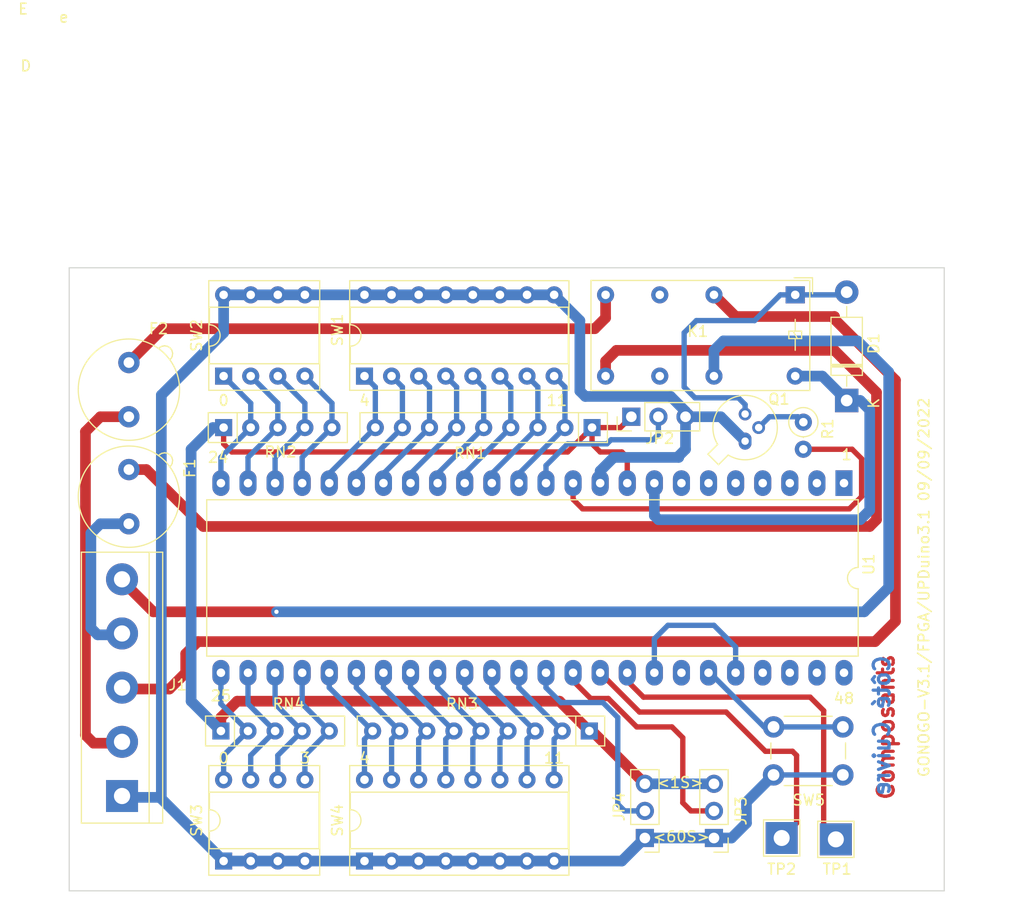
<source format=kicad_pcb>
(kicad_pcb (version 20171130) (host pcbnew "(5.1.9)-1")

  (general
    (thickness 1.6)
    (drawings 35)
    (tracks 296)
    (zones 0)
    (modules 26)
    (nets 58)
  )

  (page A4)
  (layers
    (0 F.Cu signal)
    (31 B.Cu signal)
    (32 B.Adhes user)
    (33 F.Adhes user)
    (34 B.Paste user)
    (35 F.Paste user)
    (36 B.SilkS user)
    (37 F.SilkS user)
    (38 B.Mask user)
    (39 F.Mask user)
    (40 Dwgs.User user hide)
    (41 Cmts.User user)
    (42 Eco1.User user)
    (43 Eco2.User user)
    (44 Edge.Cuts user)
    (45 Margin user)
    (46 B.CrtYd user)
    (47 F.CrtYd user)
    (48 B.Fab user)
    (49 F.Fab user hide)
  )

  (setup
    (last_trace_width 0.25)
    (user_trace_width 0.5)
    (user_trace_width 1)
    (user_trace_width 1.5)
    (trace_clearance 0.2)
    (zone_clearance 0.508)
    (zone_45_only no)
    (trace_min 0.2)
    (via_size 0.8)
    (via_drill 0.4)
    (via_min_size 0.4)
    (via_min_drill 0.3)
    (uvia_size 0.3)
    (uvia_drill 0.1)
    (uvias_allowed no)
    (uvia_min_size 0.2)
    (uvia_min_drill 0.1)
    (edge_width 0.05)
    (segment_width 0.2)
    (pcb_text_width 0.3)
    (pcb_text_size 1.5 1.5)
    (mod_edge_width 0.12)
    (mod_text_size 1 1)
    (mod_text_width 0.15)
    (pad_size 1.524 1.524)
    (pad_drill 0.762)
    (pad_to_mask_clearance 0)
    (aux_axis_origin 119.888 54.102)
    (grid_origin 119.888 54.102)
    (visible_elements 7FFFFFFF)
    (pcbplotparams
      (layerselection 0x010fc_ffffffff)
      (usegerberextensions false)
      (usegerberattributes true)
      (usegerberadvancedattributes true)
      (creategerberjobfile true)
      (excludeedgelayer true)
      (linewidth 0.100000)
      (plotframeref false)
      (viasonmask false)
      (mode 1)
      (useauxorigin false)
      (hpglpennumber 1)
      (hpglpenspeed 20)
      (hpglpendiameter 15.000000)
      (psnegative false)
      (psa4output false)
      (plotreference true)
      (plotvalue true)
      (plotinvisibletext false)
      (padsonsilk false)
      (subtractmaskfromsilk false)
      (outputformat 1)
      (mirror false)
      (drillshape 0)
      (scaleselection 1)
      (outputdirectory "fabrication/"))
  )

  (net 0 "")
  (net 1 /GND)
  (net 2 "Net-(D1-Pad2)")
  (net 3 "Net-(J1-Pad3)")
  (net 4 /3,3V)
  (net 5 /5v)
  (net 6 /LED_ENABLE)
  (net 7 /NOGO_1_60S)
  (net 8 /GO_1_60S)
  (net 9 "Net-(K1-Pad22)")
  (net 10 "Net-(K1-Pad12)")
  (net 11 "Net-(Q1-Pad2)")
  (net 12 /GONOGO)
  (net 13 /NOGO_4)
  (net 14 /NOGO_5)
  (net 15 /NOGO_6)
  (net 16 /NOGO_7)
  (net 17 /NOGO_8)
  (net 18 /NOGO_9)
  (net 19 /NOGO_10)
  (net 20 /NOGO_11)
  (net 21 /NOGO_0)
  (net 22 /NOGO_1)
  (net 23 /NOGO_2)
  (net 24 /NOGO_3)
  (net 25 /GO_11)
  (net 26 /GO_10)
  (net 27 /GO_9)
  (net 28 /GO_8)
  (net 29 /GO_7)
  (net 30 /GO_6)
  (net 31 /GO_5)
  (net 32 /GO_4)
  (net 33 /GO_3)
  (net 34 /GO_2)
  (net 35 /GO_1)
  (net 36 /GO_0)
  (net 37 /MINUTES)
  (net 38 /SECONDES)
  (net 39 /12MHz)
  (net 40 "Net-(F1-Pad2)")
  (net 41 "Net-(F1-Pad1)")
  (net 42 "Net-(F2-Pad1)")
  (net 43 "Net-(F2-Pad2)")
  (net 44 "Net-(J1-Pad5)")
  (net 45 "Net-(SW5-Pad1)")
  (net 46 "Net-(U1-Pad1)")
  (net 47 "Net-(U1-Pad2)")
  (net 48 "Net-(U1-Pad3)")
  (net 49 "Net-(U1-Pad4)")
  (net 50 "Net-(U1-Pad5)")
  (net 51 "Net-(U1-Pad6)")
  (net 52 "Net-(U1-Pad7)")
  (net 53 "Net-(U1-Pad42)")
  (net 54 "Net-(U1-Pad45)")
  (net 55 "Net-(U1-Pad46)")
  (net 56 "Net-(U1-Pad47)")
  (net 57 "Net-(U1-Pad48)")

  (net_class Default "This is the default net class."
    (clearance 0.2)
    (trace_width 0.25)
    (via_dia 0.8)
    (via_drill 0.4)
    (uvia_dia 0.3)
    (uvia_drill 0.1)
    (add_net /12MHz)
    (add_net /3,3V)
    (add_net /5v)
    (add_net /GND)
    (add_net /GONOGO)
    (add_net /GO_0)
    (add_net /GO_1)
    (add_net /GO_10)
    (add_net /GO_11)
    (add_net /GO_1_60S)
    (add_net /GO_2)
    (add_net /GO_3)
    (add_net /GO_4)
    (add_net /GO_5)
    (add_net /GO_6)
    (add_net /GO_7)
    (add_net /GO_8)
    (add_net /GO_9)
    (add_net /LED_ENABLE)
    (add_net /MINUTES)
    (add_net /NOGO_0)
    (add_net /NOGO_1)
    (add_net /NOGO_10)
    (add_net /NOGO_11)
    (add_net /NOGO_1_60S)
    (add_net /NOGO_2)
    (add_net /NOGO_3)
    (add_net /NOGO_4)
    (add_net /NOGO_5)
    (add_net /NOGO_6)
    (add_net /NOGO_7)
    (add_net /NOGO_8)
    (add_net /NOGO_9)
    (add_net /SECONDES)
    (add_net "Net-(D1-Pad2)")
    (add_net "Net-(F1-Pad1)")
    (add_net "Net-(F1-Pad2)")
    (add_net "Net-(F2-Pad1)")
    (add_net "Net-(F2-Pad2)")
    (add_net "Net-(J1-Pad3)")
    (add_net "Net-(J1-Pad5)")
    (add_net "Net-(K1-Pad12)")
    (add_net "Net-(K1-Pad22)")
    (add_net "Net-(Q1-Pad2)")
    (add_net "Net-(SW5-Pad1)")
    (add_net "Net-(U1-Pad1)")
    (add_net "Net-(U1-Pad2)")
    (add_net "Net-(U1-Pad3)")
    (add_net "Net-(U1-Pad4)")
    (add_net "Net-(U1-Pad42)")
    (add_net "Net-(U1-Pad45)")
    (add_net "Net-(U1-Pad46)")
    (add_net "Net-(U1-Pad47)")
    (add_net "Net-(U1-Pad48)")
    (add_net "Net-(U1-Pad5)")
    (add_net "Net-(U1-Pad6)")
    (add_net "Net-(U1-Pad7)")
  )

  (module gonogo-upduino:DIP-48_W17.78mm_LongPads (layer F.Cu) (tedit 631B9FF6) (tstamp 631BA19B)
    (at 192.532 74.295 270)
    (descr "48-lead though-hole mounted DIP package, row spacing 15.24 mm (600 mils), LongPads")
    (tags "THT DIP DIL PDIP 2.54mm 15.24mm 600mil LongPads")
    (path /631F08E7)
    (fp_text reference U1 (at 7.62 -2.33 270) (layer F.SilkS)
      (effects (font (size 1 1) (thickness 0.15)))
    )
    (fp_text value Upduino31-v2 (at 7.62 60.75 270) (layer F.Fab)
      (effects (font (size 1 1) (thickness 0.15)))
    )
    (fp_line (start 1.255 -1.27) (end 16.526 -1.254) (layer F.Fab) (width 0.1))
    (fp_line (start 17.525 -0.254) (end 17.525 59.69) (layer F.Fab) (width 0.1))
    (fp_line (start 17.525 59.69) (end 0.255 59.69) (layer F.Fab) (width 0.1))
    (fp_line (start 0.255 59.69) (end 0.255 -0.27) (layer F.Fab) (width 0.1))
    (fp_line (start 0.255 -0.27) (end 1.255 -1.27) (layer F.Fab) (width 0.1))
    (fp_line (start 7.906 -1.33) (end 1.56 -1.33) (layer F.SilkS) (width 0.12))
    (fp_line (start 1.56 -1.33) (end 1.56 59.75) (layer F.SilkS) (width 0.12))
    (fp_line (start 1.56 59.75) (end 16.22 59.75) (layer F.SilkS) (width 0.12))
    (fp_line (start 16.22 59.75) (end 16.22 -1.33) (layer F.SilkS) (width 0.12))
    (fp_line (start 16.22 -1.33) (end 9.906 -1.33) (layer F.SilkS) (width 0.12))
    (fp_line (start -1.5 -1.55) (end -1.5 59.95) (layer F.CrtYd) (width 0.05))
    (fp_line (start -1.5 59.95) (end 19.24 59.95) (layer F.CrtYd) (width 0.05))
    (fp_line (start 19.24 59.95) (end 19.24 -1.55) (layer F.CrtYd) (width 0.05))
    (fp_line (start 19.24 -1.55) (end -1.5 -1.55) (layer F.CrtYd) (width 0.05))
    (fp_arc (start 8.906 -1.33) (end 7.906 -1.33) (angle -180) (layer F.SilkS) (width 0.12))
    (fp_text user %R (at 7.62 29.21 270) (layer F.Fab)
      (effects (font (size 1 1) (thickness 0.15)))
    )
    (fp_line (start 17.526 -0.254) (end 16.526 -1.254) (layer F.Fab) (width 0.1))
    (pad 1 thru_hole rect (at 0 0 270) (size 2.4 1.6) (drill 0.8) (layers *.Cu *.Mask)
      (net 46 "Net-(U1-Pad1)"))
    (pad 25 thru_hole oval (at 17.78 58.42 270) (size 2.4 1.6) (drill 0.8) (layers *.Cu *.Mask)
      (net 36 /GO_0))
    (pad 2 thru_hole oval (at 0 2.54 270) (size 2.4 1.6) (drill 0.8) (layers *.Cu *.Mask)
      (net 47 "Net-(U1-Pad2)"))
    (pad 26 thru_hole oval (at 17.78 55.88 270) (size 2.4 1.6) (drill 0.8) (layers *.Cu *.Mask)
      (net 35 /GO_1))
    (pad 3 thru_hole oval (at 0 5.08 270) (size 2.4 1.6) (drill 0.8) (layers *.Cu *.Mask)
      (net 48 "Net-(U1-Pad3)"))
    (pad 27 thru_hole oval (at 17.78 53.34 270) (size 2.4 1.6) (drill 0.8) (layers *.Cu *.Mask)
      (net 34 /GO_2))
    (pad 4 thru_hole oval (at 0 7.62 270) (size 2.4 1.6) (drill 0.8) (layers *.Cu *.Mask)
      (net 49 "Net-(U1-Pad4)"))
    (pad 28 thru_hole oval (at 17.78 50.8 270) (size 2.4 1.6) (drill 0.8) (layers *.Cu *.Mask)
      (net 33 /GO_3))
    (pad 5 thru_hole oval (at 0 10.16 270) (size 2.4 1.6) (drill 0.8) (layers *.Cu *.Mask)
      (net 50 "Net-(U1-Pad5)"))
    (pad 29 thru_hole oval (at 17.78 48.26 270) (size 2.4 1.6) (drill 0.8) (layers *.Cu *.Mask)
      (net 32 /GO_4))
    (pad 6 thru_hole oval (at 0 12.7 270) (size 2.4 1.6) (drill 0.8) (layers *.Cu *.Mask)
      (net 51 "Net-(U1-Pad6)"))
    (pad 30 thru_hole oval (at 17.78 45.72 270) (size 2.4 1.6) (drill 0.8) (layers *.Cu *.Mask)
      (net 31 /GO_5))
    (pad 7 thru_hole oval (at 0 15.24 270) (size 2.4 1.6) (drill 0.8) (layers *.Cu *.Mask)
      (net 52 "Net-(U1-Pad7)"))
    (pad 31 thru_hole oval (at 17.78 43.18 270) (size 2.4 1.6) (drill 0.8) (layers *.Cu *.Mask)
      (net 30 /GO_6))
    (pad 8 thru_hole oval (at 0 17.78 270) (size 2.4 1.6) (drill 0.8) (layers *.Cu *.Mask)
      (net 5 /5v))
    (pad 32 thru_hole oval (at 17.78 40.64 270) (size 2.4 1.6) (drill 0.8) (layers *.Cu *.Mask)
      (net 29 /GO_7))
    (pad 9 thru_hole oval (at 0 20.32 270) (size 2.4 1.6) (drill 0.8) (layers *.Cu *.Mask)
      (net 4 /3,3V))
    (pad 33 thru_hole oval (at 17.78 38.1 270) (size 2.4 1.6) (drill 0.8) (layers *.Cu *.Mask)
      (net 28 /GO_8))
    (pad 10 thru_hole oval (at 0 22.86 270) (size 2.4 1.6) (drill 0.8) (layers *.Cu *.Mask)
      (net 1 /GND))
    (pad 34 thru_hole oval (at 17.78 35.56 270) (size 2.4 1.6) (drill 0.8) (layers *.Cu *.Mask)
      (net 27 /GO_9))
    (pad 11 thru_hole oval (at 0 25.4 270) (size 2.4 1.6) (drill 0.8) (layers *.Cu *.Mask)
      (net 12 /GONOGO))
    (pad 35 thru_hole oval (at 17.78 33.02 270) (size 2.4 1.6) (drill 0.8) (layers *.Cu *.Mask)
      (net 26 /GO_10))
    (pad 12 thru_hole oval (at 0 27.94 270) (size 2.4 1.6) (drill 0.8) (layers *.Cu *.Mask)
      (net 6 /LED_ENABLE))
    (pad 36 thru_hole oval (at 17.78 30.48 270) (size 2.4 1.6) (drill 0.8) (layers *.Cu *.Mask)
      (net 25 /GO_11))
    (pad 13 thru_hole oval (at 0 30.48 270) (size 2.4 1.6) (drill 0.8) (layers *.Cu *.Mask)
      (net 20 /NOGO_11))
    (pad 37 thru_hole oval (at 17.78 27.94 270) (size 2.4 1.6) (drill 0.8) (layers *.Cu *.Mask)
      (net 8 /GO_1_60S))
    (pad 14 thru_hole oval (at 0 33.02 270) (size 2.4 1.6) (drill 0.8) (layers *.Cu *.Mask)
      (net 19 /NOGO_10))
    (pad 38 thru_hole oval (at 17.78 25.4 270) (size 2.4 1.6) (drill 0.8) (layers *.Cu *.Mask)
      (net 7 /NOGO_1_60S))
    (pad 15 thru_hole oval (at 0 35.56 270) (size 2.4 1.6) (drill 0.8) (layers *.Cu *.Mask)
      (net 18 /NOGO_9))
    (pad 39 thru_hole oval (at 17.78 22.86 270) (size 2.4 1.6) (drill 0.8) (layers *.Cu *.Mask)
      (net 38 /SECONDES))
    (pad 16 thru_hole oval (at 0 38.1 270) (size 2.4 1.6) (drill 0.8) (layers *.Cu *.Mask)
      (net 17 /NOGO_8))
    (pad 40 thru_hole oval (at 17.78 20.32 270) (size 2.4 1.6) (drill 0.8) (layers *.Cu *.Mask)
      (net 37 /MINUTES))
    (pad 17 thru_hole oval (at 0 40.64 270) (size 2.4 1.6) (drill 0.8) (layers *.Cu *.Mask)
      (net 16 /NOGO_7))
    (pad 41 thru_hole oval (at 17.78 17.78 270) (size 2.4 1.6) (drill 0.8) (layers *.Cu *.Mask)
      (net 39 /12MHz))
    (pad 18 thru_hole oval (at 0 43.18 270) (size 2.4 1.6) (drill 0.8) (layers *.Cu *.Mask)
      (net 15 /NOGO_6))
    (pad 42 thru_hole oval (at 17.78 15.24 270) (size 2.4 1.6) (drill 0.8) (layers *.Cu *.Mask)
      (net 53 "Net-(U1-Pad42)"))
    (pad 19 thru_hole oval (at 0 45.72 270) (size 2.4 1.6) (drill 0.8) (layers *.Cu *.Mask)
      (net 14 /NOGO_5))
    (pad 43 thru_hole oval (at 17.78 12.7 270) (size 2.4 1.6) (drill 0.8) (layers *.Cu *.Mask)
      (net 45 "Net-(SW5-Pad1)"))
    (pad 20 thru_hole oval (at 0 48.26 270) (size 2.4 1.6) (drill 0.8) (layers *.Cu *.Mask)
      (net 13 /NOGO_4))
    (pad 44 thru_hole oval (at 17.78 10.16 270) (size 2.4 1.6) (drill 0.8) (layers *.Cu *.Mask)
      (net 39 /12MHz))
    (pad 21 thru_hole oval (at 0 50.8 270) (size 2.4 1.6) (drill 0.8) (layers *.Cu *.Mask)
      (net 24 /NOGO_3))
    (pad 45 thru_hole oval (at 17.78 7.62 270) (size 2.4 1.6) (drill 0.8) (layers *.Cu *.Mask)
      (net 54 "Net-(U1-Pad45)"))
    (pad 22 thru_hole oval (at 0 53.34 270) (size 2.4 1.6) (drill 0.8) (layers *.Cu *.Mask)
      (net 23 /NOGO_2))
    (pad 46 thru_hole oval (at 17.78 5.08 270) (size 2.4 1.6) (drill 0.8) (layers *.Cu *.Mask)
      (net 55 "Net-(U1-Pad46)"))
    (pad 23 thru_hole oval (at 0 55.88 270) (size 2.4 1.6) (drill 0.8) (layers *.Cu *.Mask)
      (net 22 /NOGO_1))
    (pad 47 thru_hole oval (at 17.78 2.54 270) (size 2.4 1.6) (drill 0.8) (layers *.Cu *.Mask)
      (net 56 "Net-(U1-Pad47)"))
    (pad 24 thru_hole oval (at 0 58.42 270) (size 2.4 1.6) (drill 0.8) (layers *.Cu *.Mask)
      (net 21 /NOGO_0))
    (pad 48 thru_hole oval (at 17.78 0 270) (size 2.4 1.6) (drill 0.8) (layers *.Cu *.Mask)
      (net 57 "Net-(U1-Pad48)"))
    (model ${KISYS3DMOD}/Package_DIP.3dshapes/DIP-48_W15.24mm.wrl
      (at (xyz 0 0 0))
      (scale (xyz 1 1 1))
      (rotate (xyz 0 0 0))
    )
  )

  (module MountingHole:MountingHole_2.7mm_M2.5_DIN965 (layer F.Cu) (tedit 56D1B4CB) (tstamp 63199359)
    (at 198.374 57.658)
    (descr "Mounting Hole 2.7mm, no annular, M2.5, DIN965")
    (tags "mounting hole 2.7mm no annular m2.5 din965")
    (attr virtual)
    (fp_text reference REF** (at 0.762 3.556) (layer F.SilkS) hide
      (effects (font (size 1 1) (thickness 0.15)))
    )
    (fp_text value MountingHole_2.7mm_M2.5_DIN965 (at 0 3.35) (layer F.Fab)
      (effects (font (size 1 1) (thickness 0.15)))
    )
    (fp_circle (center 0 0) (end 2.6 0) (layer F.CrtYd) (width 0.05))
    (fp_circle (center 0 0) (end 2.35 0) (layer Cmts.User) (width 0.15))
    (fp_text user %R (at 0.3 0) (layer F.Fab)
      (effects (font (size 1 1) (thickness 0.15)))
    )
    (pad 1 np_thru_hole circle (at 0 0) (size 2.7 2.7) (drill 2.7) (layers *.Cu *.Mask))
  )

  (module MountingHole:MountingHole_2.7mm_M2.5_DIN965 (layer F.Cu) (tedit 56D1B4CB) (tstamp 6319936E)
    (at 198.374 108.966)
    (descr "Mounting Hole 2.7mm, no annular, M2.5, DIN965")
    (tags "mounting hole 2.7mm no annular m2.5 din965")
    (attr virtual)
    (fp_text reference NOGO-0 (at -3.81 2.54) (layer F.SilkS) hide
      (effects (font (size 1 1) (thickness 0.15)))
    )
    (fp_text value MountingHole_2.7mm_M2.5_DIN965 (at 0 3.35) (layer F.Fab)
      (effects (font (size 1 1) (thickness 0.15)))
    )
    (fp_circle (center 0 0) (end 2.35 0) (layer Cmts.User) (width 0.15))
    (fp_circle (center 0 0) (end 2.6 0) (layer F.CrtYd) (width 0.05))
    (fp_text user %R (at 0.3 0) (layer F.Fab)
      (effects (font (size 1 1) (thickness 0.15)))
    )
    (pad 1 np_thru_hole circle (at 0 0) (size 2.7 2.7) (drill 2.7) (layers *.Cu *.Mask))
  )

  (module MountingHole:MountingHole_2.7mm_M2.5_DIN965 (layer F.Cu) (tedit 56D1B4CB) (tstamp 63199278)
    (at 123.444 108.966)
    (descr "Mounting Hole 2.7mm, no annular, M2.5, DIN965")
    (tags "mounting hole 2.7mm no annular m2.5 din965")
    (attr virtual)
    (fp_text reference REF** (at 0 -3.35) (layer F.SilkS) hide
      (effects (font (size 1 1) (thickness 0.15)))
    )
    (fp_text value MountingHole_2.7mm_M2.5_DIN965 (at 0 3.35) (layer F.Fab)
      (effects (font (size 1 1) (thickness 0.15)))
    )
    (fp_circle (center 0 0) (end 2.6 0) (layer F.CrtYd) (width 0.05))
    (fp_circle (center 0 0) (end 2.35 0) (layer Cmts.User) (width 0.15))
    (fp_text user %R (at 0.3 0) (layer F.Fab)
      (effects (font (size 1 1) (thickness 0.15)))
    )
    (pad 1 np_thru_hole circle (at 0 0) (size 2.7 2.7) (drill 2.7) (layers *.Cu *.Mask))
  )

  (module MountingHole:MountingHole_2.7mm_M2.5_DIN965 (layer F.Cu) (tedit 56D1B4CB) (tstamp 631994AF)
    (at 123.444 57.658)
    (descr "Mounting Hole 2.7mm, no annular, M2.5, DIN965")
    (tags "mounting hole 2.7mm no annular m2.5 din965")
    (attr virtual)
    (fp_text reference REF** (at 0 -3.35) (layer F.SilkS) hide
      (effects (font (size 1 1) (thickness 0.15)))
    )
    (fp_text value MountingHole_2.7mm_M2.5_DIN965 (at 0 3.35) (layer F.Fab)
      (effects (font (size 1 1) (thickness 0.15)))
    )
    (fp_circle (center 0 0) (end 2.35 0) (layer Cmts.User) (width 0.15))
    (fp_circle (center 0 0) (end 2.6 0) (layer F.CrtYd) (width 0.05))
    (fp_text user %R (at 0.3 0) (layer F.Fab)
      (effects (font (size 1 1) (thickness 0.15)))
    )
    (pad 1 np_thru_hole circle (at 0 0) (size 2.7 2.7) (drill 2.7) (layers *.Cu *.Mask))
  )

  (module Diode_THT:D_DO-41_SOD81_P10.16mm_Horizontal (layer F.Cu) (tedit 5AE50CD5) (tstamp 6319B574)
    (at 192.786 66.548 90)
    (descr "Diode, DO-41_SOD81 series, Axial, Horizontal, pin pitch=10.16mm, , length*diameter=5.2*2.7mm^2, , http://www.diodes.com/_files/packages/DO-41%20(Plastic).pdf")
    (tags "Diode DO-41_SOD81 series Axial Horizontal pin pitch 10.16mm  length 5.2mm diameter 2.7mm")
    (path /6334131B)
    (fp_text reference D1 (at 5.334 2.54 90) (layer F.SilkS)
      (effects (font (size 1 1) (thickness 0.15)))
    )
    (fp_text value 1N4001 (at 5.08 2.47 90) (layer F.Fab)
      (effects (font (size 1 1) (thickness 0.15)))
    )
    (fp_line (start 11.51 -1.6) (end -1.35 -1.6) (layer F.CrtYd) (width 0.05))
    (fp_line (start 11.51 1.6) (end 11.51 -1.6) (layer F.CrtYd) (width 0.05))
    (fp_line (start -1.35 1.6) (end 11.51 1.6) (layer F.CrtYd) (width 0.05))
    (fp_line (start -1.35 -1.6) (end -1.35 1.6) (layer F.CrtYd) (width 0.05))
    (fp_line (start 3.14 -1.47) (end 3.14 1.47) (layer F.SilkS) (width 0.12))
    (fp_line (start 3.38 -1.47) (end 3.38 1.47) (layer F.SilkS) (width 0.12))
    (fp_line (start 3.26 -1.47) (end 3.26 1.47) (layer F.SilkS) (width 0.12))
    (fp_line (start 8.82 0) (end 7.8 0) (layer F.SilkS) (width 0.12))
    (fp_line (start 1.34 0) (end 2.36 0) (layer F.SilkS) (width 0.12))
    (fp_line (start 7.8 -1.47) (end 2.36 -1.47) (layer F.SilkS) (width 0.12))
    (fp_line (start 7.8 1.47) (end 7.8 -1.47) (layer F.SilkS) (width 0.12))
    (fp_line (start 2.36 1.47) (end 7.8 1.47) (layer F.SilkS) (width 0.12))
    (fp_line (start 2.36 -1.47) (end 2.36 1.47) (layer F.SilkS) (width 0.12))
    (fp_line (start 3.16 -1.35) (end 3.16 1.35) (layer F.Fab) (width 0.1))
    (fp_line (start 3.36 -1.35) (end 3.36 1.35) (layer F.Fab) (width 0.1))
    (fp_line (start 3.26 -1.35) (end 3.26 1.35) (layer F.Fab) (width 0.1))
    (fp_line (start 10.16 0) (end 7.68 0) (layer F.Fab) (width 0.1))
    (fp_line (start 0 0) (end 2.48 0) (layer F.Fab) (width 0.1))
    (fp_line (start 7.68 -1.35) (end 2.48 -1.35) (layer F.Fab) (width 0.1))
    (fp_line (start 7.68 1.35) (end 7.68 -1.35) (layer F.Fab) (width 0.1))
    (fp_line (start 2.48 1.35) (end 7.68 1.35) (layer F.Fab) (width 0.1))
    (fp_line (start 2.48 -1.35) (end 2.48 1.35) (layer F.Fab) (width 0.1))
    (fp_text user %R (at 5.47 0 90) (layer F.Fab)
      (effects (font (size 1 1) (thickness 0.15)))
    )
    (fp_text user K (at 0 -2.1 90) (layer F.Fab)
      (effects (font (size 1 1) (thickness 0.15)))
    )
    (fp_text user K (at -0.254 2.54 90) (layer F.SilkS)
      (effects (font (size 1 1) (thickness 0.15)))
    )
    (pad 1 thru_hole rect (at 0 0 90) (size 2.2 2.2) (drill 1.1) (layers *.Cu *.Mask)
      (net 5 /5v))
    (pad 2 thru_hole oval (at 10.16 0 90) (size 2.2 2.2) (drill 1.1) (layers *.Cu *.Mask)
      (net 2 "Net-(D1-Pad2)"))
    (model ${KISYS3DMOD}/Diode_THT.3dshapes/D_DO-41_SOD81_P10.16mm_Horizontal.wrl
      (at (xyz 0 0 0))
      (scale (xyz 1 1 1))
      (rotate (xyz 0 0 0))
    )
  )

  (module Connector_PinHeader_2.54mm:PinHeader_1x03_P2.54mm_Vertical locked (layer F.Cu) (tedit 59FED5CC) (tstamp 6319B3AD)
    (at 172.593 68.072 90)
    (descr "Through hole straight pin header, 1x03, 2.54mm pitch, single row")
    (tags "Through hole pin header THT 1x03 2.54mm single row")
    (path /63588151)
    (fp_text reference JP2 (at -2.032 2.667) (layer F.SilkS)
      (effects (font (size 1 1) (thickness 0.15)))
    )
    (fp_text value Jumper_NC_Dual (at 0 7.41 90) (layer F.Fab)
      (effects (font (size 1 1) (thickness 0.15)))
    )
    (fp_line (start 1.8 -1.8) (end -1.8 -1.8) (layer F.CrtYd) (width 0.05))
    (fp_line (start 1.8 6.85) (end 1.8 -1.8) (layer F.CrtYd) (width 0.05))
    (fp_line (start -1.8 6.85) (end 1.8 6.85) (layer F.CrtYd) (width 0.05))
    (fp_line (start -1.8 -1.8) (end -1.8 6.85) (layer F.CrtYd) (width 0.05))
    (fp_line (start -1.33 -1.33) (end 0 -1.33) (layer F.SilkS) (width 0.12))
    (fp_line (start -1.33 0) (end -1.33 -1.33) (layer F.SilkS) (width 0.12))
    (fp_line (start -1.33 1.27) (end 1.33 1.27) (layer F.SilkS) (width 0.12))
    (fp_line (start 1.33 1.27) (end 1.33 6.41) (layer F.SilkS) (width 0.12))
    (fp_line (start -1.33 1.27) (end -1.33 6.41) (layer F.SilkS) (width 0.12))
    (fp_line (start -1.33 6.41) (end 1.33 6.41) (layer F.SilkS) (width 0.12))
    (fp_line (start -1.27 -0.635) (end -0.635 -1.27) (layer F.Fab) (width 0.1))
    (fp_line (start -1.27 6.35) (end -1.27 -0.635) (layer F.Fab) (width 0.1))
    (fp_line (start 1.27 6.35) (end -1.27 6.35) (layer F.Fab) (width 0.1))
    (fp_line (start 1.27 -1.27) (end 1.27 6.35) (layer F.Fab) (width 0.1))
    (fp_line (start -0.635 -1.27) (end 1.27 -1.27) (layer F.Fab) (width 0.1))
    (fp_text user %R (at 0 2.54) (layer F.Fab)
      (effects (font (size 1 1) (thickness 0.15)))
    )
    (pad 1 thru_hole rect (at 0 0 90) (size 1.7 1.7) (drill 1) (layers *.Cu *.Mask)
      (net 4 /3,3V))
    (pad 2 thru_hole oval (at 0 2.54 90) (size 1.7 1.7) (drill 1) (layers *.Cu *.Mask)
      (net 6 /LED_ENABLE))
    (pad 3 thru_hole oval (at 0 5.08 90) (size 1.7 1.7) (drill 1) (layers *.Cu *.Mask)
      (net 1 /GND))
    (model ${KISYS3DMOD}/Connector_PinHeader_2.54mm.3dshapes/PinHeader_1x03_P2.54mm_Vertical.wrl
      (at (xyz 0 0 0))
      (scale (xyz 1 1 1))
      (rotate (xyz 0 0 0))
    )
  )

  (module Connector_PinHeader_2.54mm:PinHeader_1x03_P2.54mm_Vertical (layer F.Cu) (tedit 59FED5CC) (tstamp 6319B1B5)
    (at 180.34 107.569 180)
    (descr "Through hole straight pin header, 1x03, 2.54mm pitch, single row")
    (tags "Through hole pin header THT 1x03 2.54mm single row")
    (path /6317D16D)
    (fp_text reference JP3 (at -2.54 2.54 90) (layer F.SilkS)
      (effects (font (size 1 1) (thickness 0.15)))
    )
    (fp_text value Jumper_NC_Dual (at 0 7.41) (layer F.Fab)
      (effects (font (size 1 1) (thickness 0.15)))
    )
    (fp_line (start 1.8 -1.8) (end -1.8 -1.8) (layer F.CrtYd) (width 0.05))
    (fp_line (start 1.8 6.85) (end 1.8 -1.8) (layer F.CrtYd) (width 0.05))
    (fp_line (start -1.8 6.85) (end 1.8 6.85) (layer F.CrtYd) (width 0.05))
    (fp_line (start -1.8 -1.8) (end -1.8 6.85) (layer F.CrtYd) (width 0.05))
    (fp_line (start -1.33 -1.33) (end 0 -1.33) (layer F.SilkS) (width 0.12))
    (fp_line (start -1.33 0) (end -1.33 -1.33) (layer F.SilkS) (width 0.12))
    (fp_line (start -1.33 1.27) (end 1.33 1.27) (layer F.SilkS) (width 0.12))
    (fp_line (start 1.33 1.27) (end 1.33 6.41) (layer F.SilkS) (width 0.12))
    (fp_line (start -1.33 1.27) (end -1.33 6.41) (layer F.SilkS) (width 0.12))
    (fp_line (start -1.33 6.41) (end 1.33 6.41) (layer F.SilkS) (width 0.12))
    (fp_line (start -1.27 -0.635) (end -0.635 -1.27) (layer F.Fab) (width 0.1))
    (fp_line (start -1.27 6.35) (end -1.27 -0.635) (layer F.Fab) (width 0.1))
    (fp_line (start 1.27 6.35) (end -1.27 6.35) (layer F.Fab) (width 0.1))
    (fp_line (start 1.27 -1.27) (end 1.27 6.35) (layer F.Fab) (width 0.1))
    (fp_line (start -0.635 -1.27) (end 1.27 -1.27) (layer F.Fab) (width 0.1))
    (fp_text user %R (at 0 2.54 90) (layer F.Fab)
      (effects (font (size 1 1) (thickness 0.15)))
    )
    (pad 1 thru_hole rect (at 0 0 180) (size 1.7 1.7) (drill 1) (layers *.Cu *.Mask)
      (net 1 /GND))
    (pad 2 thru_hole oval (at 0 2.54 180) (size 1.7 1.7) (drill 1) (layers *.Cu *.Mask)
      (net 7 /NOGO_1_60S))
    (pad 3 thru_hole oval (at 0 5.08 180) (size 1.7 1.7) (drill 1) (layers *.Cu *.Mask)
      (net 4 /3,3V))
    (model ${KISYS3DMOD}/Connector_PinHeader_2.54mm.3dshapes/PinHeader_1x03_P2.54mm_Vertical.wrl
      (at (xyz 0 0 0))
      (scale (xyz 1 1 1))
      (rotate (xyz 0 0 0))
    )
  )

  (module Connector_PinHeader_2.54mm:PinHeader_1x03_P2.54mm_Vertical (layer F.Cu) (tedit 59FED5CC) (tstamp 6319B302)
    (at 173.863 107.569 180)
    (descr "Through hole straight pin header, 1x03, 2.54mm pitch, single row")
    (tags "Through hole pin header THT 1x03 2.54mm single row")
    (path /6317999E)
    (fp_text reference JP4 (at 2.413 2.921 90) (layer F.SilkS)
      (effects (font (size 1 1) (thickness 0.15)))
    )
    (fp_text value Jumper_NC_Dual (at 0 7.41) (layer F.Fab)
      (effects (font (size 1 1) (thickness 0.15)))
    )
    (fp_line (start -0.635 -1.27) (end 1.27 -1.27) (layer F.Fab) (width 0.1))
    (fp_line (start 1.27 -1.27) (end 1.27 6.35) (layer F.Fab) (width 0.1))
    (fp_line (start 1.27 6.35) (end -1.27 6.35) (layer F.Fab) (width 0.1))
    (fp_line (start -1.27 6.35) (end -1.27 -0.635) (layer F.Fab) (width 0.1))
    (fp_line (start -1.27 -0.635) (end -0.635 -1.27) (layer F.Fab) (width 0.1))
    (fp_line (start -1.33 6.41) (end 1.33 6.41) (layer F.SilkS) (width 0.12))
    (fp_line (start -1.33 1.27) (end -1.33 6.41) (layer F.SilkS) (width 0.12))
    (fp_line (start 1.33 1.27) (end 1.33 6.41) (layer F.SilkS) (width 0.12))
    (fp_line (start -1.33 1.27) (end 1.33 1.27) (layer F.SilkS) (width 0.12))
    (fp_line (start -1.33 0) (end -1.33 -1.33) (layer F.SilkS) (width 0.12))
    (fp_line (start -1.33 -1.33) (end 0 -1.33) (layer F.SilkS) (width 0.12))
    (fp_line (start -1.8 -1.8) (end -1.8 6.85) (layer F.CrtYd) (width 0.05))
    (fp_line (start -1.8 6.85) (end 1.8 6.85) (layer F.CrtYd) (width 0.05))
    (fp_line (start 1.8 6.85) (end 1.8 -1.8) (layer F.CrtYd) (width 0.05))
    (fp_line (start 1.8 -1.8) (end -1.8 -1.8) (layer F.CrtYd) (width 0.05))
    (fp_text user %R (at 0.128999 2.194999 90) (layer F.Fab)
      (effects (font (size 1 1) (thickness 0.15)))
    )
    (pad 3 thru_hole oval (at 0 5.08 180) (size 1.7 1.7) (drill 1) (layers *.Cu *.Mask)
      (net 4 /3,3V))
    (pad 2 thru_hole oval (at 0 2.54 180) (size 1.7 1.7) (drill 1) (layers *.Cu *.Mask)
      (net 8 /GO_1_60S))
    (pad 1 thru_hole rect (at 0 0 180) (size 1.7 1.7) (drill 1) (layers *.Cu *.Mask)
      (net 1 /GND))
    (model ${KISYS3DMOD}/Connector_PinHeader_2.54mm.3dshapes/PinHeader_1x03_P2.54mm_Vertical.wrl
      (at (xyz 0 0 0))
      (scale (xyz 1 1 1))
      (rotate (xyz 0 0 0))
    )
  )

  (module Relay_THT:Relay_DPDT_Finder_30.22 (layer F.Cu) (tedit 5E9CCCFB) (tstamp 6319B2A6)
    (at 187.96 56.642 180)
    (descr "Finder 32.21-x000 Relay, DPDT, https://gfinder.findernet.com/public/attachments/30/EN/S30EN.pdf")
    (tags "AXICOM IM-Series Relay SPDT")
    (path /63625988)
    (fp_text reference K1 (at 9.144 -3.429) (layer F.SilkS)
      (effects (font (size 1 1) (thickness 0.15)))
    )
    (fp_text value FINDER-30.22 (at 8.4 2.4) (layer F.Fab)
      (effects (font (size 1 1) (thickness 0.15)))
    )
    (fp_line (start 19.29 1.49) (end -1.51 1.49) (layer F.CrtYd) (width 0.05))
    (fp_line (start 19.29 1.49) (end 19.29 -9.11) (layer F.CrtYd) (width 0.05))
    (fp_line (start -1.51 -9.11) (end -1.51 1.49) (layer F.CrtYd) (width 0.05))
    (fp_line (start -1.51 -9.11) (end 19.29 -9.11) (layer F.CrtYd) (width 0.05))
    (fp_line (start 0 -2.3) (end 0 -5.2) (layer F.Fab) (width 0.1))
    (fp_line (start -0.6 -4.1) (end -0.6 -3.4) (layer F.SilkS) (width 0.12))
    (fp_line (start 0.6 -4.1) (end -0.6 -4.1) (layer F.SilkS) (width 0.12))
    (fp_line (start 0.6 -3.4) (end 0.6 -4.1) (layer F.SilkS) (width 0.12))
    (fp_line (start -0.6 -3.4) (end 0.6 -3.4) (layer F.SilkS) (width 0.12))
    (fp_line (start 0.2 -3.4) (end -0.2 -4.1) (layer F.SilkS) (width 0.12))
    (fp_line (start 0 -4.1) (end 0 -5.2) (layer F.SilkS) (width 0.12))
    (fp_line (start 0 -3.4) (end 0 -2.3) (layer F.SilkS) (width 0.12))
    (fp_line (start 19.04 1.24) (end 0.26 1.24) (layer F.Fab) (width 0.1))
    (fp_line (start 19.04 -8.86) (end 19.04 1.24) (layer F.Fab) (width 0.1))
    (fp_line (start -1.26 -8.86) (end 19.04 -8.86) (layer F.Fab) (width 0.1))
    (fp_line (start -1.26 -0.24) (end -1.26 -8.86) (layer F.Fab) (width 0.1))
    (fp_line (start 19.15 -8.97) (end 19.15 1.35) (layer F.SilkS) (width 0.12))
    (fp_line (start -1.37 -8.97) (end 19.15 -8.97) (layer F.SilkS) (width 0.12))
    (fp_line (start -1.37 1.35) (end -1.37 -8.97) (layer F.SilkS) (width 0.12))
    (fp_line (start 19.15 1.35) (end -1.37 1.35) (layer F.SilkS) (width 0.12))
    (fp_line (start -1.62 1.6) (end -1.62 0.1) (layer F.SilkS) (width 0.12))
    (fp_line (start 0.1 1.6) (end -1.62 1.6) (layer F.SilkS) (width 0.12))
    (fp_line (start 0.26 1.24) (end -1.26 -0.24) (layer F.Fab) (width 0.1))
    (fp_text user %R (at 10.2 -4.1 180) (layer F.Fab)
      (effects (font (size 1 1) (thickness 0.15)))
    )
    (pad 21 thru_hole circle (at 7.62 -7.62 270) (size 1.6 1.6) (drill 0.8) (layers *.Cu *.Mask)
      (net 44 "Net-(J1-Pad5)"))
    (pad 22 thru_hole circle (at 12.7 -7.62 270) (size 1.6 1.6) (drill 0.8) (layers *.Cu *.Mask)
      (net 9 "Net-(K1-Pad22)"))
    (pad 24 thru_hole circle (at 17.78 -7.62) (size 1.6 1.6) (drill 0.8) (layers *.Cu *.Mask)
      (net 40 "Net-(F1-Pad2)"))
    (pad A1 thru_hole rect (at 0 0 270) (size 1.6 1.8) (drill 0.8) (layers *.Cu *.Mask)
      (net 2 "Net-(D1-Pad2)"))
    (pad A2 thru_hole circle (at 0 -7.62 270) (size 1.6 1.6) (drill 0.8) (layers *.Cu *.Mask)
      (net 5 /5v))
    (pad 11 thru_hole circle (at 7.62 0 270) (size 1.6 1.6) (drill 0.8) (layers *.Cu *.Mask)
      (net 3 "Net-(J1-Pad3)"))
    (pad 14 thru_hole circle (at 17.78 0 270) (size 1.6 1.6) (drill 0.8) (layers *.Cu *.Mask)
      (net 43 "Net-(F2-Pad2)"))
    (pad 12 thru_hole circle (at 12.7 0 270) (size 1.6 1.6) (drill 0.8) (layers *.Cu *.Mask)
      (net 10 "Net-(K1-Pad12)"))
    (model ${KISYS3DMOD}/Relay_THT.3dshapes/Relay_DPDT_Finder_30.22.wrl
      (at (xyz 0 0 0))
      (scale (xyz 1 1 1))
      (rotate (xyz 0 0 0))
    )
  )

  (module Package_TO_SOT_THT:TO-18-3 (layer F.Cu) (tedit 5A02FF81) (tstamp 6319B645)
    (at 183.261 70.358 90)
    (descr TO-18-3)
    (tags TO-18-3)
    (path /631822A7)
    (fp_text reference Q1 (at 3.937 3.175 180) (layer F.SilkS)
      (effects (font (size 1 1) (thickness 0.15)))
    )
    (fp_text value 2N2222 (at 1.27 4.02 90) (layer F.Fab)
      (effects (font (size 1 1) (thickness 0.15)))
    )
    (fp_circle (center 1.27 0) (end 3.67 0) (layer F.Fab) (width 0.1))
    (fp_line (start 4.42 -3.5) (end -2.23 -3.5) (layer F.CrtYd) (width 0.05))
    (fp_line (start 4.42 3.15) (end 4.42 -3.5) (layer F.CrtYd) (width 0.05))
    (fp_line (start -2.23 3.15) (end 4.42 3.15) (layer F.CrtYd) (width 0.05))
    (fp_line (start -2.23 -3.5) (end -2.23 3.15) (layer F.CrtYd) (width 0.05))
    (fp_line (start -2.214448 -2.494499) (end -1.302281 -1.582331) (layer F.SilkS) (width 0.12))
    (fp_line (start -1.224499 -3.484448) (end -2.214448 -2.494499) (layer F.SilkS) (width 0.12))
    (fp_line (start -0.312331 -2.572281) (end -1.224499 -3.484448) (layer F.SilkS) (width 0.12))
    (fp_line (start -1.976616 -2.426372) (end -1.149301 -1.599057) (layer F.Fab) (width 0.1))
    (fp_line (start -1.156372 -3.246616) (end -1.976616 -2.426372) (layer F.Fab) (width 0.1))
    (fp_line (start -0.329057 -2.419301) (end -1.156372 -3.246616) (layer F.Fab) (width 0.1))
    (fp_text user %R (at 1.27 -4.02 90) (layer F.Fab)
      (effects (font (size 1 1) (thickness 0.15)))
    )
    (fp_arc (start 1.27 0) (end -0.329057 -2.419301) (angle 336.9) (layer F.Fab) (width 0.1))
    (fp_arc (start 1.27 0) (end -0.312331 -2.572281) (angle 333.2) (layer F.SilkS) (width 0.12))
    (pad 1 thru_hole oval (at 0 0 90) (size 1.6 1.2) (drill 0.7) (layers *.Cu *.Mask)
      (net 1 /GND))
    (pad 2 thru_hole oval (at 1.27 1.27 90) (size 1.2 1.2) (drill 0.7) (layers *.Cu *.Mask)
      (net 11 "Net-(Q1-Pad2)"))
    (pad 3 thru_hole oval (at 2.54 0 90) (size 1.2 1.2) (drill 0.7) (layers *.Cu *.Mask)
      (net 2 "Net-(D1-Pad2)"))
    (model ${KISYS3DMOD}/Package_TO_SOT_THT.3dshapes/TO-18-3.wrl
      (at (xyz 0 0 0))
      (scale (xyz 1 1 1))
      (rotate (xyz 0 0 0))
    )
  )

  (module Resistor_THT:R_Array_SIP9 (layer F.Cu) (tedit 5A14249F) (tstamp 6319B24D)
    (at 168.91 69.088 180)
    (descr "9-pin Resistor SIP pack")
    (tags R)
    (path /6334B2DD)
    (fp_text reference RN1 (at 11.43 -2.4) (layer F.SilkS)
      (effects (font (size 1 1) (thickness 0.15)))
    )
    (fp_text value R_Network08 (at 11.43 2.4) (layer F.Fab)
      (effects (font (size 1 1) (thickness 0.15)))
    )
    (fp_line (start -1.29 -1.25) (end -1.29 1.25) (layer F.Fab) (width 0.1))
    (fp_line (start -1.29 1.25) (end 21.61 1.25) (layer F.Fab) (width 0.1))
    (fp_line (start 21.61 1.25) (end 21.61 -1.25) (layer F.Fab) (width 0.1))
    (fp_line (start 21.61 -1.25) (end -1.29 -1.25) (layer F.Fab) (width 0.1))
    (fp_line (start 1.27 -1.25) (end 1.27 1.25) (layer F.Fab) (width 0.1))
    (fp_line (start -1.44 -1.4) (end -1.44 1.4) (layer F.SilkS) (width 0.12))
    (fp_line (start -1.44 1.4) (end 21.76 1.4) (layer F.SilkS) (width 0.12))
    (fp_line (start 21.76 1.4) (end 21.76 -1.4) (layer F.SilkS) (width 0.12))
    (fp_line (start 21.76 -1.4) (end -1.44 -1.4) (layer F.SilkS) (width 0.12))
    (fp_line (start 1.27 -1.4) (end 1.27 1.4) (layer F.SilkS) (width 0.12))
    (fp_line (start -1.7 -1.65) (end -1.7 1.65) (layer F.CrtYd) (width 0.05))
    (fp_line (start -1.7 1.65) (end 22.05 1.65) (layer F.CrtYd) (width 0.05))
    (fp_line (start 22.05 1.65) (end 22.05 -1.65) (layer F.CrtYd) (width 0.05))
    (fp_line (start 22.05 -1.65) (end -1.7 -1.65) (layer F.CrtYd) (width 0.05))
    (fp_text user %R (at 10.16 0) (layer F.Fab)
      (effects (font (size 1 1) (thickness 0.15)))
    )
    (pad 9 thru_hole oval (at 20.32 0 180) (size 1.6 1.6) (drill 0.8) (layers *.Cu *.Mask)
      (net 13 /NOGO_4))
    (pad 8 thru_hole oval (at 17.78 0 180) (size 1.6 1.6) (drill 0.8) (layers *.Cu *.Mask)
      (net 14 /NOGO_5))
    (pad 7 thru_hole oval (at 15.24 0 180) (size 1.6 1.6) (drill 0.8) (layers *.Cu *.Mask)
      (net 15 /NOGO_6))
    (pad 6 thru_hole oval (at 12.7 0 180) (size 1.6 1.6) (drill 0.8) (layers *.Cu *.Mask)
      (net 16 /NOGO_7))
    (pad 5 thru_hole oval (at 10.16 0 180) (size 1.6 1.6) (drill 0.8) (layers *.Cu *.Mask)
      (net 17 /NOGO_8))
    (pad 4 thru_hole oval (at 7.62 0 180) (size 1.6 1.6) (drill 0.8) (layers *.Cu *.Mask)
      (net 18 /NOGO_9))
    (pad 3 thru_hole oval (at 5.08 0 180) (size 1.6 1.6) (drill 0.8) (layers *.Cu *.Mask)
      (net 19 /NOGO_10))
    (pad 2 thru_hole oval (at 2.54 0 180) (size 1.6 1.6) (drill 0.8) (layers *.Cu *.Mask)
      (net 20 /NOGO_11))
    (pad 1 thru_hole rect (at 0 0 180) (size 1.6 1.6) (drill 0.8) (layers *.Cu *.Mask)
      (net 4 /3,3V))
    (model ${KISYS3DMOD}/Resistor_THT.3dshapes/R_Array_SIP9.wrl
      (at (xyz 0 0 0))
      (scale (xyz 1 1 1))
      (rotate (xyz 0 0 0))
    )
  )

  (module Resistor_THT:R_Array_SIP5 (layer F.Cu) (tedit 5A14249F) (tstamp 6319B471)
    (at 134.366 69.088)
    (descr "5-pin Resistor SIP pack")
    (tags R)
    (path /6334B2C6)
    (fp_text reference RN2 (at 5.334 2.286) (layer F.SilkS)
      (effects (font (size 1 1) (thickness 0.15)))
    )
    (fp_text value R_Network04 (at 6.35 2.4) (layer F.Fab)
      (effects (font (size 1 1) (thickness 0.15)))
    )
    (fp_line (start -1.29 -1.25) (end -1.29 1.25) (layer F.Fab) (width 0.1))
    (fp_line (start -1.29 1.25) (end 11.45 1.25) (layer F.Fab) (width 0.1))
    (fp_line (start 11.45 1.25) (end 11.45 -1.25) (layer F.Fab) (width 0.1))
    (fp_line (start 11.45 -1.25) (end -1.29 -1.25) (layer F.Fab) (width 0.1))
    (fp_line (start 1.27 -1.25) (end 1.27 1.25) (layer F.Fab) (width 0.1))
    (fp_line (start -1.44 -1.4) (end -1.44 1.4) (layer F.SilkS) (width 0.12))
    (fp_line (start -1.44 1.4) (end 11.6 1.4) (layer F.SilkS) (width 0.12))
    (fp_line (start 11.6 1.4) (end 11.6 -1.4) (layer F.SilkS) (width 0.12))
    (fp_line (start 11.6 -1.4) (end -1.44 -1.4) (layer F.SilkS) (width 0.12))
    (fp_line (start 1.27 -1.4) (end 1.27 1.4) (layer F.SilkS) (width 0.12))
    (fp_line (start -1.7 -1.65) (end -1.7 1.65) (layer F.CrtYd) (width 0.05))
    (fp_line (start -1.7 1.65) (end 11.9 1.65) (layer F.CrtYd) (width 0.05))
    (fp_line (start 11.9 1.65) (end 11.9 -1.65) (layer F.CrtYd) (width 0.05))
    (fp_line (start 11.9 -1.65) (end -1.7 -1.65) (layer F.CrtYd) (width 0.05))
    (fp_text user %R (at 5.08 0) (layer F.Fab)
      (effects (font (size 1 1) (thickness 0.15)))
    )
    (pad 5 thru_hole oval (at 10.16 0) (size 1.6 1.6) (drill 0.8) (layers *.Cu *.Mask)
      (net 24 /NOGO_3))
    (pad 4 thru_hole oval (at 7.62 0) (size 1.6 1.6) (drill 0.8) (layers *.Cu *.Mask)
      (net 23 /NOGO_2))
    (pad 3 thru_hole oval (at 5.08 0) (size 1.6 1.6) (drill 0.8) (layers *.Cu *.Mask)
      (net 22 /NOGO_1))
    (pad 2 thru_hole oval (at 2.54 0) (size 1.6 1.6) (drill 0.8) (layers *.Cu *.Mask)
      (net 21 /NOGO_0))
    (pad 1 thru_hole rect (at 0 0) (size 1.6 1.6) (drill 0.8) (layers *.Cu *.Mask)
      (net 4 /3,3V))
    (model ${KISYS3DMOD}/Resistor_THT.3dshapes/R_Array_SIP5.wrl
      (at (xyz 0 0 0))
      (scale (xyz 1 1 1))
      (rotate (xyz 0 0 0))
    )
  )

  (module Resistor_THT:R_Array_SIP9 (layer F.Cu) (tedit 5A14249F) (tstamp 6319B1FC)
    (at 168.656 97.536 180)
    (descr "9-pin Resistor SIP pack")
    (tags R)
    (path /630CE808)
    (fp_text reference RN3 (at 11.938 2.54) (layer F.SilkS)
      (effects (font (size 1 1) (thickness 0.15)))
    )
    (fp_text value R_Network08 (at 11.43 2.4) (layer F.Fab)
      (effects (font (size 1 1) (thickness 0.15)))
    )
    (fp_line (start 22.05 -1.65) (end -1.7 -1.65) (layer F.CrtYd) (width 0.05))
    (fp_line (start 22.05 1.65) (end 22.05 -1.65) (layer F.CrtYd) (width 0.05))
    (fp_line (start -1.7 1.65) (end 22.05 1.65) (layer F.CrtYd) (width 0.05))
    (fp_line (start -1.7 -1.65) (end -1.7 1.65) (layer F.CrtYd) (width 0.05))
    (fp_line (start 1.27 -1.4) (end 1.27 1.4) (layer F.SilkS) (width 0.12))
    (fp_line (start 21.76 -1.4) (end -1.44 -1.4) (layer F.SilkS) (width 0.12))
    (fp_line (start 21.76 1.4) (end 21.76 -1.4) (layer F.SilkS) (width 0.12))
    (fp_line (start -1.44 1.4) (end 21.76 1.4) (layer F.SilkS) (width 0.12))
    (fp_line (start -1.44 -1.4) (end -1.44 1.4) (layer F.SilkS) (width 0.12))
    (fp_line (start 1.27 -1.25) (end 1.27 1.25) (layer F.Fab) (width 0.1))
    (fp_line (start 21.61 -1.25) (end -1.29 -1.25) (layer F.Fab) (width 0.1))
    (fp_line (start 21.61 1.25) (end 21.61 -1.25) (layer F.Fab) (width 0.1))
    (fp_line (start -1.29 1.25) (end 21.61 1.25) (layer F.Fab) (width 0.1))
    (fp_line (start -1.29 -1.25) (end -1.29 1.25) (layer F.Fab) (width 0.1))
    (fp_text user %R (at 10.16 0) (layer F.Fab)
      (effects (font (size 1 1) (thickness 0.15)))
    )
    (pad 1 thru_hole rect (at 0 0 180) (size 1.6 1.6) (drill 0.8) (layers *.Cu *.Mask)
      (net 4 /3,3V))
    (pad 2 thru_hole oval (at 2.54 0 180) (size 1.6 1.6) (drill 0.8) (layers *.Cu *.Mask)
      (net 25 /GO_11))
    (pad 3 thru_hole oval (at 5.08 0 180) (size 1.6 1.6) (drill 0.8) (layers *.Cu *.Mask)
      (net 26 /GO_10))
    (pad 4 thru_hole oval (at 7.62 0 180) (size 1.6 1.6) (drill 0.8) (layers *.Cu *.Mask)
      (net 27 /GO_9))
    (pad 5 thru_hole oval (at 10.16 0 180) (size 1.6 1.6) (drill 0.8) (layers *.Cu *.Mask)
      (net 28 /GO_8))
    (pad 6 thru_hole oval (at 12.7 0 180) (size 1.6 1.6) (drill 0.8) (layers *.Cu *.Mask)
      (net 29 /GO_7))
    (pad 7 thru_hole oval (at 15.24 0 180) (size 1.6 1.6) (drill 0.8) (layers *.Cu *.Mask)
      (net 30 /GO_6))
    (pad 8 thru_hole oval (at 17.78 0 180) (size 1.6 1.6) (drill 0.8) (layers *.Cu *.Mask)
      (net 31 /GO_5))
    (pad 9 thru_hole oval (at 20.32 0 180) (size 1.6 1.6) (drill 0.8) (layers *.Cu *.Mask)
      (net 32 /GO_4))
    (model ${KISYS3DMOD}/Resistor_THT.3dshapes/R_Array_SIP9.wrl
      (at (xyz 0 0 0))
      (scale (xyz 1 1 1))
      (rotate (xyz 0 0 0))
    )
  )

  (module Resistor_THT:R_Array_SIP5 (layer F.Cu) (tedit 5A14249F) (tstamp 6319B684)
    (at 134.112 97.536)
    (descr "5-pin Resistor SIP pack")
    (tags R)
    (path /630B9A28)
    (fp_text reference RN4 (at 6.35 -2.54) (layer F.SilkS)
      (effects (font (size 1 1) (thickness 0.15)))
    )
    (fp_text value R_Network04 (at 6.35 2.4) (layer F.Fab)
      (effects (font (size 1 1) (thickness 0.15)))
    )
    (fp_line (start 11.9 -1.65) (end -1.7 -1.65) (layer F.CrtYd) (width 0.05))
    (fp_line (start 11.9 1.65) (end 11.9 -1.65) (layer F.CrtYd) (width 0.05))
    (fp_line (start -1.7 1.65) (end 11.9 1.65) (layer F.CrtYd) (width 0.05))
    (fp_line (start -1.7 -1.65) (end -1.7 1.65) (layer F.CrtYd) (width 0.05))
    (fp_line (start 1.27 -1.4) (end 1.27 1.4) (layer F.SilkS) (width 0.12))
    (fp_line (start 11.6 -1.4) (end -1.44 -1.4) (layer F.SilkS) (width 0.12))
    (fp_line (start 11.6 1.4) (end 11.6 -1.4) (layer F.SilkS) (width 0.12))
    (fp_line (start -1.44 1.4) (end 11.6 1.4) (layer F.SilkS) (width 0.12))
    (fp_line (start -1.44 -1.4) (end -1.44 1.4) (layer F.SilkS) (width 0.12))
    (fp_line (start 1.27 -1.25) (end 1.27 1.25) (layer F.Fab) (width 0.1))
    (fp_line (start 11.45 -1.25) (end -1.29 -1.25) (layer F.Fab) (width 0.1))
    (fp_line (start 11.45 1.25) (end 11.45 -1.25) (layer F.Fab) (width 0.1))
    (fp_line (start -1.29 1.25) (end 11.45 1.25) (layer F.Fab) (width 0.1))
    (fp_line (start -1.29 -1.25) (end -1.29 1.25) (layer F.Fab) (width 0.1))
    (fp_text user %R (at 5.08 0 90) (layer F.Fab)
      (effects (font (size 1 1) (thickness 0.15)))
    )
    (pad 1 thru_hole rect (at 0 0) (size 1.6 1.6) (drill 0.8) (layers *.Cu *.Mask)
      (net 4 /3,3V))
    (pad 2 thru_hole oval (at 2.54 0) (size 1.6 1.6) (drill 0.8) (layers *.Cu *.Mask)
      (net 36 /GO_0))
    (pad 3 thru_hole oval (at 5.08 0) (size 1.6 1.6) (drill 0.8) (layers *.Cu *.Mask)
      (net 35 /GO_1))
    (pad 4 thru_hole oval (at 7.62 0) (size 1.6 1.6) (drill 0.8) (layers *.Cu *.Mask)
      (net 34 /GO_2))
    (pad 5 thru_hole oval (at 10.16 0) (size 1.6 1.6) (drill 0.8) (layers *.Cu *.Mask)
      (net 33 /GO_3))
    (model ${KISYS3DMOD}/Resistor_THT.3dshapes/R_Array_SIP5.wrl
      (at (xyz 0 0 0))
      (scale (xyz 1 1 1))
      (rotate (xyz 0 0 0))
    )
  )

  (module Package_DIP:DIP-16_W7.62mm_Socket (layer F.Cu) (tedit 5A02E8C5) (tstamp 6319B5DB)
    (at 147.574 64.262 90)
    (descr "16-lead though-hole mounted DIP package, row spacing 7.62 mm (300 mils), Socket")
    (tags "THT DIP DIL PDIP 2.54mm 7.62mm 300mil Socket")
    (path /6334B2D3)
    (fp_text reference SW1 (at 4.318 -2.54 90) (layer F.SilkS)
      (effects (font (size 1 1) (thickness 0.15)))
    )
    (fp_text value SW_DIP_x08 (at 3.81 20.11 90) (layer F.Fab)
      (effects (font (size 1 1) (thickness 0.15)))
    )
    (fp_line (start 9.15 -1.6) (end -1.55 -1.6) (layer F.CrtYd) (width 0.05))
    (fp_line (start 9.15 19.4) (end 9.15 -1.6) (layer F.CrtYd) (width 0.05))
    (fp_line (start -1.55 19.4) (end 9.15 19.4) (layer F.CrtYd) (width 0.05))
    (fp_line (start -1.55 -1.6) (end -1.55 19.4) (layer F.CrtYd) (width 0.05))
    (fp_line (start 8.95 -1.39) (end -1.33 -1.39) (layer F.SilkS) (width 0.12))
    (fp_line (start 8.95 19.17) (end 8.95 -1.39) (layer F.SilkS) (width 0.12))
    (fp_line (start -1.33 19.17) (end 8.95 19.17) (layer F.SilkS) (width 0.12))
    (fp_line (start -1.33 -1.39) (end -1.33 19.17) (layer F.SilkS) (width 0.12))
    (fp_line (start 6.46 -1.33) (end 4.81 -1.33) (layer F.SilkS) (width 0.12))
    (fp_line (start 6.46 19.11) (end 6.46 -1.33) (layer F.SilkS) (width 0.12))
    (fp_line (start 1.16 19.11) (end 6.46 19.11) (layer F.SilkS) (width 0.12))
    (fp_line (start 1.16 -1.33) (end 1.16 19.11) (layer F.SilkS) (width 0.12))
    (fp_line (start 2.81 -1.33) (end 1.16 -1.33) (layer F.SilkS) (width 0.12))
    (fp_line (start 8.89 -1.33) (end -1.27 -1.33) (layer F.Fab) (width 0.1))
    (fp_line (start 8.89 19.11) (end 8.89 -1.33) (layer F.Fab) (width 0.1))
    (fp_line (start -1.27 19.11) (end 8.89 19.11) (layer F.Fab) (width 0.1))
    (fp_line (start -1.27 -1.33) (end -1.27 19.11) (layer F.Fab) (width 0.1))
    (fp_line (start 0.635 -0.27) (end 1.635 -1.27) (layer F.Fab) (width 0.1))
    (fp_line (start 0.635 19.05) (end 0.635 -0.27) (layer F.Fab) (width 0.1))
    (fp_line (start 6.985 19.05) (end 0.635 19.05) (layer F.Fab) (width 0.1))
    (fp_line (start 6.985 -1.27) (end 6.985 19.05) (layer F.Fab) (width 0.1))
    (fp_line (start 1.635 -1.27) (end 6.985 -1.27) (layer F.Fab) (width 0.1))
    (fp_arc (start 3.81 -1.33) (end 2.81 -1.33) (angle -180) (layer F.SilkS) (width 0.12))
    (fp_text user %R (at 3.81 8.89 90) (layer F.Fab)
      (effects (font (size 1 1) (thickness 0.15)))
    )
    (pad 1 thru_hole rect (at 0 0 90) (size 1.6 1.6) (drill 0.8) (layers *.Cu *.Mask)
      (net 13 /NOGO_4))
    (pad 9 thru_hole oval (at 7.62 17.78 90) (size 1.6 1.6) (drill 0.8) (layers *.Cu *.Mask)
      (net 1 /GND))
    (pad 2 thru_hole oval (at 0 2.54 90) (size 1.6 1.6) (drill 0.8) (layers *.Cu *.Mask)
      (net 14 /NOGO_5))
    (pad 10 thru_hole oval (at 7.62 15.24 90) (size 1.6 1.6) (drill 0.8) (layers *.Cu *.Mask)
      (net 1 /GND))
    (pad 3 thru_hole oval (at 0 5.08 90) (size 1.6 1.6) (drill 0.8) (layers *.Cu *.Mask)
      (net 15 /NOGO_6))
    (pad 11 thru_hole oval (at 7.62 12.7 90) (size 1.6 1.6) (drill 0.8) (layers *.Cu *.Mask)
      (net 1 /GND))
    (pad 4 thru_hole oval (at 0 7.62 90) (size 1.6 1.6) (drill 0.8) (layers *.Cu *.Mask)
      (net 16 /NOGO_7))
    (pad 12 thru_hole oval (at 7.62 10.16 90) (size 1.6 1.6) (drill 0.8) (layers *.Cu *.Mask)
      (net 1 /GND))
    (pad 5 thru_hole oval (at 0 10.16 90) (size 1.6 1.6) (drill 0.8) (layers *.Cu *.Mask)
      (net 17 /NOGO_8))
    (pad 13 thru_hole oval (at 7.62 7.62 90) (size 1.6 1.6) (drill 0.8) (layers *.Cu *.Mask)
      (net 1 /GND))
    (pad 6 thru_hole oval (at 0 12.7 90) (size 1.6 1.6) (drill 0.8) (layers *.Cu *.Mask)
      (net 18 /NOGO_9))
    (pad 14 thru_hole oval (at 7.62 5.08 90) (size 1.6 1.6) (drill 0.8) (layers *.Cu *.Mask)
      (net 1 /GND))
    (pad 7 thru_hole oval (at 0 15.24 90) (size 1.6 1.6) (drill 0.8) (layers *.Cu *.Mask)
      (net 19 /NOGO_10))
    (pad 15 thru_hole oval (at 7.62 2.54 90) (size 1.6 1.6) (drill 0.8) (layers *.Cu *.Mask)
      (net 1 /GND))
    (pad 8 thru_hole oval (at 0 17.78 90) (size 1.6 1.6) (drill 0.8) (layers *.Cu *.Mask)
      (net 20 /NOGO_11))
    (pad 16 thru_hole oval (at 7.62 0 90) (size 1.6 1.6) (drill 0.8) (layers *.Cu *.Mask)
      (net 1 /GND))
    (model ${KISYS3DMOD}/Package_DIP.3dshapes/DIP-16_W7.62mm_Socket.wrl
      (at (xyz 0 0 0))
      (scale (xyz 1 1 1))
      (rotate (xyz 0 0 0))
    )
  )

  (module Package_DIP:DIP-8_W7.62mm_Socket (layer F.Cu) (tedit 5A02E8C5) (tstamp 6319B510)
    (at 134.366 64.262 90)
    (descr "8-lead though-hole mounted DIP package, row spacing 7.62 mm (300 mils), Socket")
    (tags "THT DIP DIL PDIP 2.54mm 7.62mm 300mil Socket")
    (path /6334AF7E)
    (fp_text reference SW2 (at 3.81 -2.54 90) (layer F.SilkS)
      (effects (font (size 1 1) (thickness 0.15)))
    )
    (fp_text value SW_DIP_x04 (at 3.81 9.95 90) (layer F.Fab)
      (effects (font (size 1 1) (thickness 0.15)))
    )
    (fp_line (start 1.635 -1.27) (end 6.985 -1.27) (layer F.Fab) (width 0.1))
    (fp_line (start 6.985 -1.27) (end 6.985 8.89) (layer F.Fab) (width 0.1))
    (fp_line (start 6.985 8.89) (end 0.635 8.89) (layer F.Fab) (width 0.1))
    (fp_line (start 0.635 8.89) (end 0.635 -0.27) (layer F.Fab) (width 0.1))
    (fp_line (start 0.635 -0.27) (end 1.635 -1.27) (layer F.Fab) (width 0.1))
    (fp_line (start -1.27 -1.33) (end -1.27 8.95) (layer F.Fab) (width 0.1))
    (fp_line (start -1.27 8.95) (end 8.89 8.95) (layer F.Fab) (width 0.1))
    (fp_line (start 8.89 8.95) (end 8.89 -1.33) (layer F.Fab) (width 0.1))
    (fp_line (start 8.89 -1.33) (end -1.27 -1.33) (layer F.Fab) (width 0.1))
    (fp_line (start 2.81 -1.33) (end 1.16 -1.33) (layer F.SilkS) (width 0.12))
    (fp_line (start 1.16 -1.33) (end 1.16 8.95) (layer F.SilkS) (width 0.12))
    (fp_line (start 1.16 8.95) (end 6.46 8.95) (layer F.SilkS) (width 0.12))
    (fp_line (start 6.46 8.95) (end 6.46 -1.33) (layer F.SilkS) (width 0.12))
    (fp_line (start 6.46 -1.33) (end 4.81 -1.33) (layer F.SilkS) (width 0.12))
    (fp_line (start -1.33 -1.39) (end -1.33 9.01) (layer F.SilkS) (width 0.12))
    (fp_line (start -1.33 9.01) (end 8.95 9.01) (layer F.SilkS) (width 0.12))
    (fp_line (start 8.95 9.01) (end 8.95 -1.39) (layer F.SilkS) (width 0.12))
    (fp_line (start 8.95 -1.39) (end -1.33 -1.39) (layer F.SilkS) (width 0.12))
    (fp_line (start -1.55 -1.6) (end -1.55 9.2) (layer F.CrtYd) (width 0.05))
    (fp_line (start -1.55 9.2) (end 9.15 9.2) (layer F.CrtYd) (width 0.05))
    (fp_line (start 9.15 9.2) (end 9.15 -1.6) (layer F.CrtYd) (width 0.05))
    (fp_line (start 9.15 -1.6) (end -1.55 -1.6) (layer F.CrtYd) (width 0.05))
    (fp_text user %R (at 3.81 3.81 90) (layer F.Fab)
      (effects (font (size 1 1) (thickness 0.15)))
    )
    (fp_arc (start 3.81 -1.33) (end 2.81 -1.33) (angle -180) (layer F.SilkS) (width 0.12))
    (pad 8 thru_hole oval (at 7.62 0 90) (size 1.6 1.6) (drill 0.8) (layers *.Cu *.Mask)
      (net 1 /GND))
    (pad 4 thru_hole oval (at 0 7.62 90) (size 1.6 1.6) (drill 0.8) (layers *.Cu *.Mask)
      (net 24 /NOGO_3))
    (pad 7 thru_hole oval (at 7.62 2.54 90) (size 1.6 1.6) (drill 0.8) (layers *.Cu *.Mask)
      (net 1 /GND))
    (pad 3 thru_hole oval (at 0 5.08 90) (size 1.6 1.6) (drill 0.8) (layers *.Cu *.Mask)
      (net 23 /NOGO_2))
    (pad 6 thru_hole oval (at 7.62 5.08 90) (size 1.6 1.6) (drill 0.8) (layers *.Cu *.Mask)
      (net 1 /GND))
    (pad 2 thru_hole oval (at 0 2.54 90) (size 1.6 1.6) (drill 0.8) (layers *.Cu *.Mask)
      (net 22 /NOGO_1))
    (pad 5 thru_hole oval (at 7.62 7.62 90) (size 1.6 1.6) (drill 0.8) (layers *.Cu *.Mask)
      (net 1 /GND))
    (pad 1 thru_hole rect (at 0 0 90) (size 1.6 1.6) (drill 0.8) (layers *.Cu *.Mask)
      (net 21 /NOGO_0))
    (model ${KISYS3DMOD}/Package_DIP.3dshapes/DIP-8_W7.62mm_Socket.wrl
      (at (xyz 0 0 0))
      (scale (xyz 1 1 1))
      (rotate (xyz 0 0 0))
    )
  )

  (module Package_DIP:DIP-8_W7.62mm_Socket (layer F.Cu) (tedit 5A02E8C5) (tstamp 6319B351)
    (at 134.366 109.728 90)
    (descr "8-lead though-hole mounted DIP package, row spacing 7.62 mm (300 mils), Socket")
    (tags "THT DIP DIL PDIP 2.54mm 7.62mm 300mil Socket")
    (path /630B7EEB)
    (fp_text reference SW3 (at 3.81 -2.54 90) (layer F.SilkS)
      (effects (font (size 1 1) (thickness 0.15)))
    )
    (fp_text value SW_DIP_x04 (at 3.81 9.95 90) (layer F.Fab)
      (effects (font (size 1 1) (thickness 0.15)))
    )
    (fp_line (start 9.15 -1.6) (end -1.55 -1.6) (layer F.CrtYd) (width 0.05))
    (fp_line (start 9.15 9.2) (end 9.15 -1.6) (layer F.CrtYd) (width 0.05))
    (fp_line (start -1.55 9.2) (end 9.15 9.2) (layer F.CrtYd) (width 0.05))
    (fp_line (start -1.55 -1.6) (end -1.55 9.2) (layer F.CrtYd) (width 0.05))
    (fp_line (start 8.95 -1.39) (end -1.33 -1.39) (layer F.SilkS) (width 0.12))
    (fp_line (start 8.95 9.01) (end 8.95 -1.39) (layer F.SilkS) (width 0.12))
    (fp_line (start -1.33 9.01) (end 8.95 9.01) (layer F.SilkS) (width 0.12))
    (fp_line (start -1.33 -1.39) (end -1.33 9.01) (layer F.SilkS) (width 0.12))
    (fp_line (start 6.46 -1.33) (end 4.81 -1.33) (layer F.SilkS) (width 0.12))
    (fp_line (start 6.46 8.95) (end 6.46 -1.33) (layer F.SilkS) (width 0.12))
    (fp_line (start 1.16 8.95) (end 6.46 8.95) (layer F.SilkS) (width 0.12))
    (fp_line (start 1.16 -1.33) (end 1.16 8.95) (layer F.SilkS) (width 0.12))
    (fp_line (start 2.81 -1.33) (end 1.16 -1.33) (layer F.SilkS) (width 0.12))
    (fp_line (start 8.89 -1.33) (end -1.27 -1.33) (layer F.Fab) (width 0.1))
    (fp_line (start 8.89 8.95) (end 8.89 -1.33) (layer F.Fab) (width 0.1))
    (fp_line (start -1.27 8.95) (end 8.89 8.95) (layer F.Fab) (width 0.1))
    (fp_line (start -1.27 -1.33) (end -1.27 8.95) (layer F.Fab) (width 0.1))
    (fp_line (start 0.635 -0.27) (end 1.635 -1.27) (layer F.Fab) (width 0.1))
    (fp_line (start 0.635 8.89) (end 0.635 -0.27) (layer F.Fab) (width 0.1))
    (fp_line (start 6.985 8.89) (end 0.635 8.89) (layer F.Fab) (width 0.1))
    (fp_line (start 6.985 -1.27) (end 6.985 8.89) (layer F.Fab) (width 0.1))
    (fp_line (start 1.635 -1.27) (end 6.985 -1.27) (layer F.Fab) (width 0.1))
    (fp_arc (start 3.81 -1.33) (end 2.81 -1.33) (angle -180) (layer F.SilkS) (width 0.12))
    (fp_text user %R (at 3.81 3.81 90) (layer F.Fab)
      (effects (font (size 1 1) (thickness 0.15)))
    )
    (pad 1 thru_hole rect (at 0 0 90) (size 1.6 1.6) (drill 0.8) (layers *.Cu *.Mask)
      (net 1 /GND))
    (pad 5 thru_hole oval (at 7.62 7.62 90) (size 1.6 1.6) (drill 0.8) (layers *.Cu *.Mask)
      (net 33 /GO_3))
    (pad 2 thru_hole oval (at 0 2.54 90) (size 1.6 1.6) (drill 0.8) (layers *.Cu *.Mask)
      (net 1 /GND))
    (pad 6 thru_hole oval (at 7.62 5.08 90) (size 1.6 1.6) (drill 0.8) (layers *.Cu *.Mask)
      (net 34 /GO_2))
    (pad 3 thru_hole oval (at 0 5.08 90) (size 1.6 1.6) (drill 0.8) (layers *.Cu *.Mask)
      (net 1 /GND))
    (pad 7 thru_hole oval (at 7.62 2.54 90) (size 1.6 1.6) (drill 0.8) (layers *.Cu *.Mask)
      (net 35 /GO_1))
    (pad 4 thru_hole oval (at 0 7.62 90) (size 1.6 1.6) (drill 0.8) (layers *.Cu *.Mask)
      (net 1 /GND))
    (pad 8 thru_hole oval (at 7.62 0 90) (size 1.6 1.6) (drill 0.8) (layers *.Cu *.Mask)
      (net 36 /GO_0))
    (model ${KISYS3DMOD}/Package_DIP.3dshapes/DIP-8_W7.62mm_Socket.wrl
      (at (xyz 0 0 0))
      (scale (xyz 1 1 1))
      (rotate (xyz 0 0 0))
    )
  )

  (module Package_DIP:DIP-16_W7.62mm_Socket (layer F.Cu) (tedit 5A02E8C5) (tstamp 6319B404)
    (at 147.574 109.728 90)
    (descr "16-lead though-hole mounted DIP package, row spacing 7.62 mm (300 mils), Socket")
    (tags "THT DIP DIL PDIP 2.54mm 7.62mm 300mil Socket")
    (path /630C8F8A)
    (fp_text reference SW4 (at 3.81 -2.54 90) (layer F.SilkS)
      (effects (font (size 1 1) (thickness 0.15)))
    )
    (fp_text value SW_DIP_x08 (at 3.81 20.11 90) (layer F.Fab)
      (effects (font (size 1 1) (thickness 0.15)))
    )
    (fp_line (start 1.635 -1.27) (end 6.985 -1.27) (layer F.Fab) (width 0.1))
    (fp_line (start 6.985 -1.27) (end 6.985 19.05) (layer F.Fab) (width 0.1))
    (fp_line (start 6.985 19.05) (end 0.635 19.05) (layer F.Fab) (width 0.1))
    (fp_line (start 0.635 19.05) (end 0.635 -0.27) (layer F.Fab) (width 0.1))
    (fp_line (start 0.635 -0.27) (end 1.635 -1.27) (layer F.Fab) (width 0.1))
    (fp_line (start -1.27 -1.33) (end -1.27 19.11) (layer F.Fab) (width 0.1))
    (fp_line (start -1.27 19.11) (end 8.89 19.11) (layer F.Fab) (width 0.1))
    (fp_line (start 8.89 19.11) (end 8.89 -1.33) (layer F.Fab) (width 0.1))
    (fp_line (start 8.89 -1.33) (end -1.27 -1.33) (layer F.Fab) (width 0.1))
    (fp_line (start 2.81 -1.33) (end 1.16 -1.33) (layer F.SilkS) (width 0.12))
    (fp_line (start 1.16 -1.33) (end 1.16 19.11) (layer F.SilkS) (width 0.12))
    (fp_line (start 1.16 19.11) (end 6.46 19.11) (layer F.SilkS) (width 0.12))
    (fp_line (start 6.46 19.11) (end 6.46 -1.33) (layer F.SilkS) (width 0.12))
    (fp_line (start 6.46 -1.33) (end 4.81 -1.33) (layer F.SilkS) (width 0.12))
    (fp_line (start -1.33 -1.39) (end -1.33 19.17) (layer F.SilkS) (width 0.12))
    (fp_line (start -1.33 19.17) (end 8.95 19.17) (layer F.SilkS) (width 0.12))
    (fp_line (start 8.95 19.17) (end 8.95 -1.39) (layer F.SilkS) (width 0.12))
    (fp_line (start 8.95 -1.39) (end -1.33 -1.39) (layer F.SilkS) (width 0.12))
    (fp_line (start -1.55 -1.6) (end -1.55 19.4) (layer F.CrtYd) (width 0.05))
    (fp_line (start -1.55 19.4) (end 9.15 19.4) (layer F.CrtYd) (width 0.05))
    (fp_line (start 9.15 19.4) (end 9.15 -1.6) (layer F.CrtYd) (width 0.05))
    (fp_line (start 9.15 -1.6) (end -1.55 -1.6) (layer F.CrtYd) (width 0.05))
    (fp_text user %R (at 3.81 8.89 90) (layer F.Fab)
      (effects (font (size 1 1) (thickness 0.15)))
    )
    (fp_arc (start 3.81 -1.33) (end 2.81 -1.33) (angle -180) (layer F.SilkS) (width 0.12))
    (pad 16 thru_hole oval (at 7.62 0 90) (size 1.6 1.6) (drill 0.8) (layers *.Cu *.Mask)
      (net 32 /GO_4))
    (pad 8 thru_hole oval (at 0 17.78 90) (size 1.6 1.6) (drill 0.8) (layers *.Cu *.Mask)
      (net 1 /GND))
    (pad 15 thru_hole oval (at 7.62 2.54 90) (size 1.6 1.6) (drill 0.8) (layers *.Cu *.Mask)
      (net 31 /GO_5))
    (pad 7 thru_hole oval (at 0 15.24 90) (size 1.6 1.6) (drill 0.8) (layers *.Cu *.Mask)
      (net 1 /GND))
    (pad 14 thru_hole oval (at 7.62 5.08 90) (size 1.6 1.6) (drill 0.8) (layers *.Cu *.Mask)
      (net 30 /GO_6))
    (pad 6 thru_hole oval (at 0 12.7 90) (size 1.6 1.6) (drill 0.8) (layers *.Cu *.Mask)
      (net 1 /GND))
    (pad 13 thru_hole oval (at 7.62 7.62 90) (size 1.6 1.6) (drill 0.8) (layers *.Cu *.Mask)
      (net 29 /GO_7))
    (pad 5 thru_hole oval (at 0 10.16 90) (size 1.6 1.6) (drill 0.8) (layers *.Cu *.Mask)
      (net 1 /GND))
    (pad 12 thru_hole oval (at 7.62 10.16 90) (size 1.6 1.6) (drill 0.8) (layers *.Cu *.Mask)
      (net 28 /GO_8))
    (pad 4 thru_hole oval (at 0 7.62 90) (size 1.6 1.6) (drill 0.8) (layers *.Cu *.Mask)
      (net 1 /GND))
    (pad 11 thru_hole oval (at 7.62 12.7 90) (size 1.6 1.6) (drill 0.8) (layers *.Cu *.Mask)
      (net 27 /GO_9))
    (pad 3 thru_hole oval (at 0 5.08 90) (size 1.6 1.6) (drill 0.8) (layers *.Cu *.Mask)
      (net 1 /GND))
    (pad 10 thru_hole oval (at 7.62 15.24 90) (size 1.6 1.6) (drill 0.8) (layers *.Cu *.Mask)
      (net 26 /GO_10))
    (pad 2 thru_hole oval (at 0 2.54 90) (size 1.6 1.6) (drill 0.8) (layers *.Cu *.Mask)
      (net 1 /GND))
    (pad 9 thru_hole oval (at 7.62 17.78 90) (size 1.6 1.6) (drill 0.8) (layers *.Cu *.Mask)
      (net 25 /GO_11))
    (pad 1 thru_hole rect (at 0 0 90) (size 1.6 1.6) (drill 0.8) (layers *.Cu *.Mask)
      (net 1 /GND))
    (model ${KISYS3DMOD}/Package_DIP.3dshapes/DIP-16_W7.62mm_Socket.wrl
      (at (xyz 0 0 0))
      (scale (xyz 1 1 1))
      (rotate (xyz 0 0 0))
    )
  )

  (module TestPoint:TestPoint_THTPad_3.0x3.0mm_Drill1.5mm (layer F.Cu) (tedit 5A0F774F) (tstamp 6319B4AC)
    (at 191.77 107.696)
    (descr "THT rectangular pad as test Point, square 3.0mm side length, hole diameter 1.5mm")
    (tags "test point THT pad rectangle square")
    (path /631B9059)
    (attr virtual)
    (fp_text reference TP1 (at 0.127 2.794) (layer F.SilkS)
      (effects (font (size 1 1) (thickness 0.15)))
    )
    (fp_text value TestPoint (at 0 2.55) (layer F.Fab)
      (effects (font (size 1 1) (thickness 0.15)))
    )
    (fp_line (start -1.7 -1.7) (end 1.7 -1.7) (layer F.SilkS) (width 0.12))
    (fp_line (start 1.7 -1.7) (end 1.7 1.7) (layer F.SilkS) (width 0.12))
    (fp_line (start 1.7 1.7) (end -1.7 1.7) (layer F.SilkS) (width 0.12))
    (fp_line (start -1.7 1.7) (end -1.7 -1.7) (layer F.SilkS) (width 0.12))
    (fp_line (start -2 -2) (end 2 -2) (layer F.CrtYd) (width 0.05))
    (fp_line (start -2 -2) (end -2 2) (layer F.CrtYd) (width 0.05))
    (fp_line (start 2 2) (end 2 -2) (layer F.CrtYd) (width 0.05))
    (fp_line (start 2 2) (end -2 2) (layer F.CrtYd) (width 0.05))
    (fp_text user %R (at 0 -2.4) (layer F.Fab)
      (effects (font (size 1 1) (thickness 0.15)))
    )
    (pad 1 thru_hole rect (at 0 0) (size 3 3) (drill 1.5) (layers *.Cu *.Mask)
      (net 37 /MINUTES))
  )

  (module TestPoint:TestPoint_THTPad_3.0x3.0mm_Drill1.5mm (layer F.Cu) (tedit 5A0F774F) (tstamp 6319B4D3)
    (at 186.69 107.569)
    (descr "THT rectangular pad as test Point, square 3.0mm side length, hole diameter 1.5mm")
    (tags "test point THT pad rectangle square")
    (path /631AB915)
    (attr virtual)
    (fp_text reference TP2 (at 0 2.921) (layer F.SilkS)
      (effects (font (size 1 1) (thickness 0.15)))
    )
    (fp_text value TestPoint (at 0 2.55) (layer F.Fab)
      (effects (font (size 1 1) (thickness 0.15)))
    )
    (fp_line (start 2 2) (end -2 2) (layer F.CrtYd) (width 0.05))
    (fp_line (start 2 2) (end 2 -2) (layer F.CrtYd) (width 0.05))
    (fp_line (start -2 -2) (end -2 2) (layer F.CrtYd) (width 0.05))
    (fp_line (start -2 -2) (end 2 -2) (layer F.CrtYd) (width 0.05))
    (fp_line (start -1.7 1.7) (end -1.7 -1.7) (layer F.SilkS) (width 0.12))
    (fp_line (start 1.7 1.7) (end -1.7 1.7) (layer F.SilkS) (width 0.12))
    (fp_line (start 1.7 -1.7) (end 1.7 1.7) (layer F.SilkS) (width 0.12))
    (fp_line (start -1.7 -1.7) (end 1.7 -1.7) (layer F.SilkS) (width 0.12))
    (fp_text user %R (at 0 -2.4) (layer F.Fab)
      (effects (font (size 1 1) (thickness 0.15)))
    )
    (pad 1 thru_hole rect (at 0 0) (size 3 3) (drill 1.5) (layers *.Cu *.Mask)
      (net 38 /SECONDES))
  )

  (module Fuse:Fuseholder_TR5_Littelfuse_No560_No460 (layer F.Cu) (tedit 5C39BAE2) (tstamp 6319AD27)
    (at 125.476 78.105 90)
    (descr "Fuse, Fuseholder, TR5, Littelfuse/Wickmann, No. 460, No560, https://www.littelfuse.com/~/media/electronics/datasheets/fuse_holders/littelfuse_fuse_holder_559_560_datasheet.pdf.pdf")
    (tags "Fuse Fuseholder TR5 Littelfuse/Wickmann No. 460 No560 ")
    (path /63142306)
    (fp_text reference F1 (at 5.207 5.715 270) (layer F.SilkS)
      (effects (font (size 1 1) (thickness 0.15)))
    )
    (fp_text value 2A (at 2.39 7.43 90) (layer F.Fab)
      (effects (font (size 1 1) (thickness 0.15)))
    )
    (fp_line (start 5.44 3.94) (end 5.31 3.79) (layer F.Fab) (width 0.1))
    (fp_line (start 5.62 4.02) (end 5.44 3.94) (layer F.Fab) (width 0.1))
    (fp_line (start 5.91 4.06) (end 5.62 4.02) (layer F.Fab) (width 0.1))
    (fp_line (start 6.2 3.98) (end 5.91 4.06) (layer F.Fab) (width 0.1))
    (fp_line (start 6.42 3.81) (end 6.2 3.98) (layer F.Fab) (width 0.1))
    (fp_line (start 6.57 3.55) (end 6.42 3.81) (layer F.Fab) (width 0.1))
    (fp_line (start 6.6 3.29) (end 6.57 3.55) (layer F.Fab) (width 0.1))
    (fp_line (start 6.55 3.04) (end 6.6 3.29) (layer F.Fab) (width 0.1))
    (fp_line (start 6.46 2.88) (end 6.55 3.04) (layer F.Fab) (width 0.1))
    (fp_line (start 6.34 2.74) (end 6.46 2.88) (layer F.Fab) (width 0.1))
    (fp_line (start 6.39 2.79) (end 6.51 2.93) (layer F.SilkS) (width 0.12))
    (fp_line (start 6.51 2.93) (end 6.6 3.09) (layer F.SilkS) (width 0.12))
    (fp_line (start 6.6 3.09) (end 6.65 3.34) (layer F.SilkS) (width 0.12))
    (fp_line (start 6.65 3.34) (end 6.62 3.6) (layer F.SilkS) (width 0.12))
    (fp_line (start 6.62 3.6) (end 6.47 3.86) (layer F.SilkS) (width 0.12))
    (fp_line (start 6.47 3.86) (end 6.25 4.03) (layer F.SilkS) (width 0.12))
    (fp_line (start 6.25 4.03) (end 5.96 4.11) (layer F.SilkS) (width 0.12))
    (fp_line (start 5.96 4.11) (end 5.67 4.07) (layer F.SilkS) (width 0.12))
    (fp_line (start 5.67 4.07) (end 5.49 3.99) (layer F.SilkS) (width 0.12))
    (fp_line (start 5.49 3.99) (end 5.36 3.84) (layer F.SilkS) (width 0.12))
    (fp_line (start -2.46 -4.99) (end 7.54 -4.99) (layer F.CrtYd) (width 0.05))
    (fp_line (start -2.46 -4.99) (end -2.46 5.01) (layer F.CrtYd) (width 0.05))
    (fp_line (start 7.54 5.01) (end 7.54 -4.99) (layer F.CrtYd) (width 0.05))
    (fp_line (start 7.54 5.01) (end -2.46 5.01) (layer F.CrtYd) (width 0.05))
    (fp_circle (center 2.55 0) (end 7.25 0) (layer F.Fab) (width 0.1))
    (fp_circle (center 2.54 0.01) (end 7.29 0.01) (layer F.SilkS) (width 0.12))
    (fp_text user %R (at 2.75 -2.75 90) (layer F.Fab)
      (effects (font (size 1 1) (thickness 0.15)))
    )
    (pad 2 thru_hole circle (at 5.08 0.01 90) (size 2 2) (drill 1) (layers *.Cu *.Mask)
      (net 40 "Net-(F1-Pad2)"))
    (pad 1 thru_hole circle (at 0 0 90) (size 2 2) (drill 1) (layers *.Cu *.Mask)
      (net 41 "Net-(F1-Pad1)"))
    (model ${KISYS3DMOD}/Fuse.3dshapes/Fuseholder_TR5_Littelfuse_No560_No460.wrl
      (at (xyz 0 0 0))
      (scale (xyz 1 1 1))
      (rotate (xyz 0 0 0))
    )
  )

  (module TerminalBlock:TerminalBlock_bornier-5_P5.08mm (layer F.Cu) (tedit 59FF03DE) (tstamp 6319C4A6)
    (at 124.841 103.632 90)
    (descr "simple 5-pin terminal block, pitch 5.08mm, revamped version of bornier5")
    (tags "terminal block bornier5")
    (path /63174A26)
    (fp_text reference J1 (at 10.414 5.207 180) (layer F.SilkS)
      (effects (font (size 1 1) (thickness 0.15)))
    )
    (fp_text value Screw_Terminal_01x05 (at 10.15 4.6 90) (layer F.Fab)
      (effects (font (size 1 1) (thickness 0.15)))
    )
    (fp_line (start 23.06 4) (end -2.74 4) (layer F.CrtYd) (width 0.05))
    (fp_line (start 23.06 4) (end 23.06 -4) (layer F.CrtYd) (width 0.05))
    (fp_line (start -2.74 -4) (end -2.74 4) (layer F.CrtYd) (width 0.05))
    (fp_line (start -2.74 -4) (end 23.06 -4) (layer F.CrtYd) (width 0.05))
    (fp_line (start -2.54 -3.81) (end -2.54 3.81) (layer F.SilkS) (width 0.12))
    (fp_line (start 22.86 -3.81) (end 22.86 3.81) (layer F.SilkS) (width 0.12))
    (fp_line (start -2.54 -3.81) (end 22.86 -3.81) (layer F.SilkS) (width 0.12))
    (fp_line (start -2.54 2.54) (end 22.86 2.54) (layer F.SilkS) (width 0.12))
    (fp_line (start -2.54 3.81) (end 22.86 3.81) (layer F.SilkS) (width 0.12))
    (fp_line (start 22.81 -3.75) (end -2.49 -3.75) (layer F.Fab) (width 0.1))
    (fp_line (start 22.81 3.75) (end 22.81 -3.75) (layer F.Fab) (width 0.1))
    (fp_line (start -2.49 3.75) (end 22.81 3.75) (layer F.Fab) (width 0.1))
    (fp_line (start -2.49 -3.75) (end -2.49 3.75) (layer F.Fab) (width 0.1))
    (fp_line (start -2.49 2.55) (end 22.81 2.55) (layer F.Fab) (width 0.1))
    (fp_text user %R (at 10.16 0 90) (layer F.Fab)
      (effects (font (size 1 1) (thickness 0.15)))
    )
    (pad 2 thru_hole circle (at 5.08 0 90) (size 3 3) (drill 1.52) (layers *.Cu *.Mask)
      (net 42 "Net-(F2-Pad1)"))
    (pad 3 thru_hole circle (at 10.16 0 90) (size 3 3) (drill 1.52) (layers *.Cu *.Mask)
      (net 3 "Net-(J1-Pad3)"))
    (pad 1 thru_hole rect (at 0 0 90) (size 3 3) (drill 1.52) (layers *.Cu *.Mask)
      (net 1 /GND))
    (pad 4 thru_hole circle (at 15.24 0 90) (size 3 3) (drill 1.52) (layers *.Cu *.Mask)
      (net 41 "Net-(F1-Pad1)"))
    (pad 5 thru_hole circle (at 20.32 0 90) (size 3 3) (drill 1.52) (layers *.Cu *.Mask)
      (net 44 "Net-(J1-Pad5)"))
    (model ${KISYS3DMOD}/TerminalBlock.3dshapes/TerminalBlock_bornier-5_P5.08mm.wrl
      (offset (xyz 10.15999984741211 0 0))
      (scale (xyz 1 1 1))
      (rotate (xyz 0 0 0))
    )
  )

  (module Fuse:Fuseholder_TR5_Littelfuse_No560_No460 (layer F.Cu) (tedit 5C39BAE2) (tstamp 6319C39E)
    (at 125.476 68.072 90)
    (descr "Fuse, Fuseholder, TR5, Littelfuse/Wickmann, No. 460, No560, https://www.littelfuse.com/~/media/electronics/datasheets/fuse_holders/littelfuse_fuse_holder_559_560_datasheet.pdf.pdf")
    (tags "Fuse Fuseholder TR5 Littelfuse/Wickmann No. 460 No560 ")
    (path /6311D4BB)
    (fp_text reference F2 (at 8.255 2.794 180) (layer F.SilkS)
      (effects (font (size 1 1) (thickness 0.15)))
    )
    (fp_text value 2A (at 2.39 7.43 90) (layer F.Fab)
      (effects (font (size 1 1) (thickness 0.15)))
    )
    (fp_circle (center 2.54 0.01) (end 7.29 0.01) (layer F.SilkS) (width 0.12))
    (fp_circle (center 2.55 0) (end 7.25 0) (layer F.Fab) (width 0.1))
    (fp_line (start 7.54 5.01) (end -2.46 5.01) (layer F.CrtYd) (width 0.05))
    (fp_line (start 7.54 5.01) (end 7.54 -4.99) (layer F.CrtYd) (width 0.05))
    (fp_line (start -2.46 -4.99) (end -2.46 5.01) (layer F.CrtYd) (width 0.05))
    (fp_line (start -2.46 -4.99) (end 7.54 -4.99) (layer F.CrtYd) (width 0.05))
    (fp_line (start 5.49 3.99) (end 5.36 3.84) (layer F.SilkS) (width 0.12))
    (fp_line (start 5.67 4.07) (end 5.49 3.99) (layer F.SilkS) (width 0.12))
    (fp_line (start 5.96 4.11) (end 5.67 4.07) (layer F.SilkS) (width 0.12))
    (fp_line (start 6.25 4.03) (end 5.96 4.11) (layer F.SilkS) (width 0.12))
    (fp_line (start 6.47 3.86) (end 6.25 4.03) (layer F.SilkS) (width 0.12))
    (fp_line (start 6.62 3.6) (end 6.47 3.86) (layer F.SilkS) (width 0.12))
    (fp_line (start 6.65 3.34) (end 6.62 3.6) (layer F.SilkS) (width 0.12))
    (fp_line (start 6.6 3.09) (end 6.65 3.34) (layer F.SilkS) (width 0.12))
    (fp_line (start 6.51 2.93) (end 6.6 3.09) (layer F.SilkS) (width 0.12))
    (fp_line (start 6.39 2.79) (end 6.51 2.93) (layer F.SilkS) (width 0.12))
    (fp_line (start 6.34 2.74) (end 6.46 2.88) (layer F.Fab) (width 0.1))
    (fp_line (start 6.46 2.88) (end 6.55 3.04) (layer F.Fab) (width 0.1))
    (fp_line (start 6.55 3.04) (end 6.6 3.29) (layer F.Fab) (width 0.1))
    (fp_line (start 6.6 3.29) (end 6.57 3.55) (layer F.Fab) (width 0.1))
    (fp_line (start 6.57 3.55) (end 6.42 3.81) (layer F.Fab) (width 0.1))
    (fp_line (start 6.42 3.81) (end 6.2 3.98) (layer F.Fab) (width 0.1))
    (fp_line (start 6.2 3.98) (end 5.91 4.06) (layer F.Fab) (width 0.1))
    (fp_line (start 5.91 4.06) (end 5.62 4.02) (layer F.Fab) (width 0.1))
    (fp_line (start 5.62 4.02) (end 5.44 3.94) (layer F.Fab) (width 0.1))
    (fp_line (start 5.44 3.94) (end 5.31 3.79) (layer F.Fab) (width 0.1))
    (fp_text user %R (at 2.75 -2.75 90) (layer F.Fab)
      (effects (font (size 1 1) (thickness 0.15)))
    )
    (pad 1 thru_hole circle (at 0 0 90) (size 2 2) (drill 1) (layers *.Cu *.Mask)
      (net 42 "Net-(F2-Pad1)"))
    (pad 2 thru_hole circle (at 5.08 0.01 90) (size 2 2) (drill 1) (layers *.Cu *.Mask)
      (net 43 "Net-(F2-Pad2)"))
    (model ${KISYS3DMOD}/Fuse.3dshapes/Fuseholder_TR5_Littelfuse_No560_No460.wrl
      (at (xyz 0 0 0))
      (scale (xyz 1 1 1))
      (rotate (xyz 0 0 0))
    )
  )

  (module Button_Switch_THT:SW_PUSH_6mm (layer F.Cu) (tedit 5A02FE31) (tstamp 6319ACCB)
    (at 185.928 97.155)
    (descr https://www.omron.com/ecb/products/pdf/en-b3f.pdf)
    (tags "tact sw push 6mm")
    (path /632E81BF)
    (fp_text reference SW5 (at 3.302 6.858) (layer F.SilkS)
      (effects (font (size 1 1) (thickness 0.15)))
    )
    (fp_text value SW_MEC_5E_Rev_JE (at 3.75 6.7) (layer F.Fab)
      (effects (font (size 1 1) (thickness 0.15)))
    )
    (fp_line (start 3.25 -0.75) (end 6.25 -0.75) (layer F.Fab) (width 0.1))
    (fp_line (start 6.25 -0.75) (end 6.25 5.25) (layer F.Fab) (width 0.1))
    (fp_line (start 6.25 5.25) (end 0.25 5.25) (layer F.Fab) (width 0.1))
    (fp_line (start 0.25 5.25) (end 0.25 -0.75) (layer F.Fab) (width 0.1))
    (fp_line (start 0.25 -0.75) (end 3.25 -0.75) (layer F.Fab) (width 0.1))
    (fp_line (start 7.75 6) (end 8 6) (layer F.CrtYd) (width 0.05))
    (fp_line (start 8 6) (end 8 5.75) (layer F.CrtYd) (width 0.05))
    (fp_line (start 7.75 -1.5) (end 8 -1.5) (layer F.CrtYd) (width 0.05))
    (fp_line (start 8 -1.5) (end 8 -1.25) (layer F.CrtYd) (width 0.05))
    (fp_line (start -1.5 -1.25) (end -1.5 -1.5) (layer F.CrtYd) (width 0.05))
    (fp_line (start -1.5 -1.5) (end -1.25 -1.5) (layer F.CrtYd) (width 0.05))
    (fp_line (start -1.5 5.75) (end -1.5 6) (layer F.CrtYd) (width 0.05))
    (fp_line (start -1.5 6) (end -1.25 6) (layer F.CrtYd) (width 0.05))
    (fp_line (start -1.25 -1.5) (end 7.75 -1.5) (layer F.CrtYd) (width 0.05))
    (fp_line (start -1.5 5.75) (end -1.5 -1.25) (layer F.CrtYd) (width 0.05))
    (fp_line (start 7.75 6) (end -1.25 6) (layer F.CrtYd) (width 0.05))
    (fp_line (start 8 -1.25) (end 8 5.75) (layer F.CrtYd) (width 0.05))
    (fp_line (start 1 5.5) (end 5.5 5.5) (layer F.SilkS) (width 0.12))
    (fp_line (start -0.25 1.5) (end -0.25 3) (layer F.SilkS) (width 0.12))
    (fp_line (start 5.5 -1) (end 1 -1) (layer F.SilkS) (width 0.12))
    (fp_line (start 6.75 3) (end 6.75 1.5) (layer F.SilkS) (width 0.12))
    (fp_circle (center 3.25 2.25) (end 1.25 2.5) (layer F.Fab) (width 0.1))
    (fp_text user %R (at 3.25 2.25) (layer F.Fab)
      (effects (font (size 1 1) (thickness 0.15)))
    )
    (pad 2 thru_hole circle (at 0 4.5 90) (size 2 2) (drill 1.1) (layers *.Cu *.Mask)
      (net 1 /GND))
    (pad 1 thru_hole circle (at 0 0 90) (size 2 2) (drill 1.1) (layers *.Cu *.Mask)
      (net 45 "Net-(SW5-Pad1)"))
    (pad 2 thru_hole circle (at 6.5 4.5 90) (size 2 2) (drill 1.1) (layers *.Cu *.Mask)
      (net 1 /GND))
    (pad 1 thru_hole circle (at 6.5 0 90) (size 2 2) (drill 1.1) (layers *.Cu *.Mask)
      (net 45 "Net-(SW5-Pad1)"))
    (model ${KISYS3DMOD}/Button_Switch_THT.3dshapes/SW_PUSH_6mm.wrl
      (at (xyz 0 0 0))
      (scale (xyz 1 1 1))
      (rotate (xyz 0 0 0))
    )
  )

  (module Resistor_THT:R_Axial_DIN0207_L6.3mm_D2.5mm_P2.54mm_Vertical (layer F.Cu) (tedit 5AE5139B) (tstamp 6319ADD5)
    (at 188.722 68.58 270)
    (descr "Resistor, Axial_DIN0207 series, Axial, Vertical, pin pitch=2.54mm, 0.25W = 1/4W, length*diameter=6.3*2.5mm^2, http://cdn-reichelt.de/documents/datenblatt/B400/1_4W%23YAG.pdf")
    (tags "Resistor Axial_DIN0207 series Axial Vertical pin pitch 2.54mm 0.25W = 1/4W length 6.3mm diameter 2.5mm")
    (path /631C0F7F)
    (fp_text reference R1 (at 0.635 -2.286 90) (layer F.SilkS)
      (effects (font (size 1 1) (thickness 0.15)))
    )
    (fp_text value 33k (at 1.27 2.37 90) (layer F.Fab)
      (effects (font (size 1 1) (thickness 0.15)))
    )
    (fp_line (start 3.59 -1.5) (end -1.5 -1.5) (layer F.CrtYd) (width 0.05))
    (fp_line (start 3.59 1.5) (end 3.59 -1.5) (layer F.CrtYd) (width 0.05))
    (fp_line (start -1.5 1.5) (end 3.59 1.5) (layer F.CrtYd) (width 0.05))
    (fp_line (start -1.5 -1.5) (end -1.5 1.5) (layer F.CrtYd) (width 0.05))
    (fp_line (start 1.37 0) (end 1.44 0) (layer F.SilkS) (width 0.12))
    (fp_line (start 0 0) (end 2.54 0) (layer F.Fab) (width 0.1))
    (fp_circle (center 0 0) (end 1.37 0) (layer F.SilkS) (width 0.12))
    (fp_circle (center 0 0) (end 1.25 0) (layer F.Fab) (width 0.1))
    (fp_text user %R (at 1.27 -2.37 90) (layer F.Fab)
      (effects (font (size 1 1) (thickness 0.15)))
    )
    (pad 1 thru_hole circle (at 0 0 270) (size 1.6 1.6) (drill 0.8) (layers *.Cu *.Mask)
      (net 11 "Net-(Q1-Pad2)"))
    (pad 2 thru_hole oval (at 2.54 0 270) (size 1.6 1.6) (drill 0.8) (layers *.Cu *.Mask)
      (net 12 /GONOGO))
    (model ${KISYS3DMOD}/Resistor_THT.3dshapes/R_Axial_DIN0207_L6.3mm_D2.5mm_P2.54mm_Vertical.wrl
      (at (xyz 0 0 0))
      (scale (xyz 1 1 1))
      (rotate (xyz 0 0 0))
    )
  )

  (gr_text "GONOGO-V3.1/FPGA/UPDuino3.1 09/09/2022" (at 200.025 84.074 90) (layer F.SilkS)
    (effects (font (size 1 1) (thickness 0.15)))
  )
  (gr_text 24 (at 133.858 71.882) (layer F.SilkS) (tstamp 6319AC45)
    (effects (font (size 1 1) (thickness 0.15)))
  )
  (gr_text 1 (at 192.786 71.628) (layer F.SilkS) (tstamp 6319AC5D)
    (effects (font (size 1 1) (thickness 0.15)))
  )
  (gr_text 48 (at 192.532 94.488) (layer F.SilkS) (tstamp 6319AC4B)
    (effects (font (size 1 1) (thickness 0.15)))
  )
  (gr_text 25 (at 134.112 94.234) (layer F.SilkS) (tstamp 6319AC57)
    (effects (font (size 1 1) (thickness 0.15)))
  )
  (dimension 58.42 (width 0.15) (layer Eco1.User) (tstamp 63198DBA)
    (gr_text "58,420 mm" (at 208.056 83.312 270) (layer Eco1.User) (tstamp 63198DBA)
      (effects (font (size 1 1) (thickness 0.15)))
    )
    (feature1 (pts (xy 201.93 112.522) (xy 207.342421 112.522)))
    (feature2 (pts (xy 201.93 54.102) (xy 207.342421 54.102)))
    (crossbar (pts (xy 206.756 54.102) (xy 206.756 112.522)))
    (arrow1a (pts (xy 206.756 112.522) (xy 206.169579 111.395496)))
    (arrow1b (pts (xy 206.756 112.522) (xy 207.342421 111.395496)))
    (arrow2a (pts (xy 206.756 54.102) (xy 206.169579 55.228504)))
    (arrow2b (pts (xy 206.756 54.102) (xy 207.342421 55.228504)))
  )
  (gr_text <60S> (at 177.292 107.442) (layer F.SilkS) (tstamp 6319CCAA)
    (effects (font (size 1 1) (thickness 0.15)))
  )
  (gr_text <1S> (at 177.165 102.362) (layer F.SilkS) (tstamp 6319AC48)
    (effects (font (size 1 1) (thickness 0.15)))
  )
  (gr_text 11 (at 165.354 100.076) (layer F.SilkS) (tstamp 6319AC4E)
    (effects (font (size 1 1) (thickness 0.15)))
  )
  (gr_text 4 (at 147.574 100.076) (layer F.SilkS) (tstamp 6319AC66)
    (effects (font (size 1 1) (thickness 0.15)))
  )
  (gr_text 3 (at 141.986 100.076) (layer F.SilkS) (tstamp 6319AC60)
    (effects (font (size 1 1) (thickness 0.15)))
  )
  (gr_text 0 (at 134.366 100.076) (layer F.SilkS) (tstamp 6319AC5A)
    (effects (font (size 1 1) (thickness 0.15)))
  )
  (gr_text 11 (at 165.608 66.548) (layer F.SilkS) (tstamp 6319AC63)
    (effects (font (size 1 1) (thickness 0.15)))
  )
  (gr_text 4 (at 147.574 66.548) (layer F.SilkS) (tstamp 6319AC54)
    (effects (font (size 1 1) (thickness 0.15)))
  )
  (gr_text 0 (at 134.366 66.548) (layer F.SilkS) (tstamp 6319AC51)
    (effects (font (size 1 1) (thickness 0.15)))
  )
  (gr_text e (at 119.38 30.607) (layer F.SilkS) (tstamp 63198DE0)
    (effects (font (size 1 1) (thickness 0.15)))
  )
  (gr_text D (at 115.824 35.179) (layer F.SilkS) (tstamp 63198DDD)
    (effects (font (size 1 1) (thickness 0.15)))
  )
  (gr_text E (at 115.57 29.845) (layer F.SilkS) (tstamp 63198DD7)
    (effects (font (size 1 1) (thickness 0.15)))
  )
  (gr_text "Côté Cuivre" (at 196.088 97.028 90) (layer B.Cu) (tstamp 63198DEC)
    (effects (font (size 1.5 1.5) (thickness 0.3)) (justify mirror))
  )
  (gr_text Composants (at 196.469 97.155 90) (layer F.Cu) (tstamp 63198DBF)
    (effects (font (size 1.5 1.5) (thickness 0.3)))
  )
  (dimension 3.556 (width 0.15) (layer Eco1.User) (tstamp 63198F58)
    (gr_text "3,556 mm" (at 117.064 110.744 90) (layer Eco1.User) (tstamp 63198F58)
      (effects (font (size 1 1) (thickness 0.15)))
    )
    (feature1 (pts (xy 119.888 108.966) (xy 117.777579 108.966)))
    (feature2 (pts (xy 119.888 112.522) (xy 117.777579 112.522)))
    (crossbar (pts (xy 118.364 112.522) (xy 118.364 108.966)))
    (arrow1a (pts (xy 118.364 108.966) (xy 118.950421 110.092504)))
    (arrow1b (pts (xy 118.364 108.966) (xy 117.777579 110.092504)))
    (arrow2a (pts (xy 118.364 112.522) (xy 118.950421 111.395496)))
    (arrow2b (pts (xy 118.364 112.522) (xy 117.777579 111.395496)))
  )
  (dimension 3.556 (width 0.15) (layer Eco1.User) (tstamp 6319991E)
    (gr_text "3,556 mm" (at 121.666 115.346) (layer Eco1.User) (tstamp 6319991E)
      (effects (font (size 1 1) (thickness 0.15)))
    )
    (feature1 (pts (xy 119.888 112.522) (xy 119.888 114.632421)))
    (feature2 (pts (xy 123.444 112.522) (xy 123.444 114.632421)))
    (crossbar (pts (xy 123.444 114.046) (xy 119.888 114.046)))
    (arrow1a (pts (xy 119.888 114.046) (xy 121.014504 113.459579)))
    (arrow1b (pts (xy 119.888 114.046) (xy 121.014504 114.632421)))
    (arrow2a (pts (xy 123.444 114.046) (xy 122.317496 113.459579)))
    (arrow2b (pts (xy 123.444 114.046) (xy 122.317496 114.632421)))
  )
  (dimension 3.556 (width 0.15) (layer Eco1.User) (tstamp 6319990F)
    (gr_text "3,556 mm" (at 200.152 115.346) (layer Eco1.User) (tstamp 6319990F)
      (effects (font (size 1 1) (thickness 0.15)))
    )
    (feature1 (pts (xy 198.374 112.522) (xy 198.374 114.632421)))
    (feature2 (pts (xy 201.93 112.522) (xy 201.93 114.632421)))
    (crossbar (pts (xy 201.93 114.046) (xy 198.374 114.046)))
    (arrow1a (pts (xy 198.374 114.046) (xy 199.500504 113.459579)))
    (arrow1b (pts (xy 198.374 114.046) (xy 199.500504 114.632421)))
    (arrow2a (pts (xy 201.93 114.046) (xy 200.803496 113.459579)))
    (arrow2b (pts (xy 201.93 114.046) (xy 200.803496 114.632421)))
  )
  (dimension 3.556 (width 0.15) (layer Eco1.User) (tstamp 631998FA)
    (gr_text "3,556 mm" (at 204.754 110.744 90) (layer Eco1.User) (tstamp 631998FA)
      (effects (font (size 1 1) (thickness 0.15)))
    )
    (feature1 (pts (xy 201.93 112.522) (xy 204.040421 112.522)))
    (feature2 (pts (xy 201.93 108.966) (xy 204.040421 108.966)))
    (crossbar (pts (xy 203.454 108.966) (xy 203.454 112.522)))
    (arrow1a (pts (xy 203.454 112.522) (xy 202.867579 111.395496)))
    (arrow1b (pts (xy 203.454 112.522) (xy 204.040421 111.395496)))
    (arrow2a (pts (xy 203.454 108.966) (xy 202.867579 110.092504)))
    (arrow2b (pts (xy 203.454 108.966) (xy 204.040421 110.092504)))
  )
  (dimension 3.556 (width 0.15) (layer Eco1.User) (tstamp 631998F4)
    (gr_text "3,556 mm" (at 204.754 55.88 90) (layer Eco1.User) (tstamp 631998F4)
      (effects (font (size 1 1) (thickness 0.15)))
    )
    (feature1 (pts (xy 201.93 57.658) (xy 204.040421 57.658)))
    (feature2 (pts (xy 201.93 54.102) (xy 204.040421 54.102)))
    (crossbar (pts (xy 203.454 54.102) (xy 203.454 57.658)))
    (arrow1a (pts (xy 203.454 57.658) (xy 202.867579 56.531496)))
    (arrow1b (pts (xy 203.454 57.658) (xy 204.040421 56.531496)))
    (arrow2a (pts (xy 203.454 54.102) (xy 202.867579 55.228504)))
    (arrow2b (pts (xy 203.454 54.102) (xy 204.040421 55.228504)))
  )
  (dimension 3.556 (width 0.15) (layer Eco1.User) (tstamp 631998EE)
    (gr_text "3,556 mm" (at 200.152 51.278) (layer Eco1.User) (tstamp 631998EE)
      (effects (font (size 1 1) (thickness 0.15)))
    )
    (feature1 (pts (xy 201.93 54.102) (xy 201.93 51.991579)))
    (feature2 (pts (xy 198.374 54.102) (xy 198.374 51.991579)))
    (crossbar (pts (xy 198.374 52.578) (xy 201.93 52.578)))
    (arrow1a (pts (xy 201.93 52.578) (xy 200.803496 53.164421)))
    (arrow1b (pts (xy 201.93 52.578) (xy 200.803496 51.991579)))
    (arrow2a (pts (xy 198.374 52.578) (xy 199.500504 53.164421)))
    (arrow2b (pts (xy 198.374 52.578) (xy 199.500504 51.991579)))
  )
  (dimension 82.042 (width 0.15) (layer Eco1.User) (tstamp 63199909)
    (gr_text "82,042 mm" (at 160.909 48.484) (layer Eco1.User) (tstamp 63199909)
      (effects (font (size 1 1) (thickness 0.15)))
    )
    (feature1 (pts (xy 201.93 54.102) (xy 201.93 49.197579)))
    (feature2 (pts (xy 119.888 54.102) (xy 119.888 49.197579)))
    (crossbar (pts (xy 119.888 49.784) (xy 201.93 49.784)))
    (arrow1a (pts (xy 201.93 49.784) (xy 200.803496 50.370421)))
    (arrow1b (pts (xy 201.93 49.784) (xy 200.803496 49.197579)))
    (arrow2a (pts (xy 119.888 49.784) (xy 121.014504 50.370421)))
    (arrow2b (pts (xy 119.888 49.784) (xy 121.014504 49.197579)))
  )
  (dimension 3.556 (width 0.15) (layer Eco1.User) (tstamp 63199D04)
    (gr_text "3,556 mm" (at 117.064 55.88 90) (layer Eco1.User) (tstamp 63199D04)
      (effects (font (size 1 1) (thickness 0.15)))
    )
    (feature1 (pts (xy 119.888 54.102) (xy 117.777579 54.102)))
    (feature2 (pts (xy 119.888 57.658) (xy 117.777579 57.658)))
    (crossbar (pts (xy 118.364 57.658) (xy 118.364 54.102)))
    (arrow1a (pts (xy 118.364 54.102) (xy 118.950421 55.228504)))
    (arrow1b (pts (xy 118.364 54.102) (xy 117.777579 55.228504)))
    (arrow2a (pts (xy 118.364 57.658) (xy 118.950421 56.531496)))
    (arrow2b (pts (xy 118.364 57.658) (xy 117.777579 56.531496)))
  )
  (dimension 3.556 (width 0.15) (layer Eco1.User) (tstamp 63199D0A)
    (gr_text "3,556 mm" (at 121.666 51.278) (layer Eco1.User) (tstamp 63199D0A)
      (effects (font (size 1 1) (thickness 0.15)))
    )
    (feature1 (pts (xy 123.444 54.102) (xy 123.444 51.991579)))
    (feature2 (pts (xy 119.888 54.102) (xy 119.888 51.991579)))
    (crossbar (pts (xy 119.888 52.578) (xy 123.444 52.578)))
    (arrow1a (pts (xy 123.444 52.578) (xy 122.317496 53.164421)))
    (arrow1b (pts (xy 123.444 52.578) (xy 122.317496 51.991579)))
    (arrow2a (pts (xy 119.888 52.578) (xy 121.014504 53.164421)))
    (arrow2b (pts (xy 119.888 52.578) (xy 121.014504 51.991579)))
  )
  (dimension 0.508 (width 0.15) (layer Dwgs.User)
    (gr_text "0,508 mm" (at 33.528 62.26) (layer Dwgs.User)
      (effects (font (size 1 1) (thickness 0.15)))
    )
    (feature1 (pts (xy 33.274 60.452) (xy 33.274 61.546421)))
    (feature2 (pts (xy 33.782 60.452) (xy 33.782 61.546421)))
    (crossbar (pts (xy 33.782 60.96) (xy 33.274 60.96)))
    (arrow1a (pts (xy 33.274 60.96) (xy 34.400504 60.373579)))
    (arrow1b (pts (xy 33.274 60.96) (xy 34.400504 61.546421)))
    (arrow2a (pts (xy 33.782 60.96) (xy 32.655496 60.373579)))
    (arrow2b (pts (xy 33.782 60.96) (xy 32.655496 61.546421)))
  )
  (dimension 0.508 (width 0.15) (layer Dwgs.User)
    (gr_text "0,508 mm" (at 33.528 61.752) (layer Dwgs.User)
      (effects (font (size 1 1) (thickness 0.15)))
    )
    (feature1 (pts (xy 33.782 60.452) (xy 33.782 61.038421)))
    (feature2 (pts (xy 33.274 60.452) (xy 33.274 61.038421)))
    (crossbar (pts (xy 33.274 60.452) (xy 33.782 60.452)))
    (arrow1a (pts (xy 33.782 60.452) (xy 32.655496 61.038421)))
    (arrow1b (pts (xy 33.782 60.452) (xy 32.655496 59.865579)))
    (arrow2a (pts (xy 33.274 60.452) (xy 34.400504 61.038421)))
    (arrow2b (pts (xy 33.274 60.452) (xy 34.400504 59.865579)))
  )
  (gr_line (start 201.93 54.102) (end 201.93 112.522) (layer Edge.Cuts) (width 0.1) (tstamp 63199914))
  (gr_line (start 119.888 54.102) (end 201.93 54.102) (layer Edge.Cuts) (width 0.1) (tstamp 63199905))
  (gr_line (start 119.888 112.522) (end 119.888 54.102) (layer Edge.Cuts) (width 0.1) (tstamp 6319937D))
  (gr_line (start 201.93 112.522) (end 119.888 112.522) (layer Edge.Cuts) (width 0.1) (tstamp 63199380))

  (segment (start 134.366 109.728) (end 136.906 109.728) (width 1) (layer B.Cu) (net 1) (tstamp 6319B03E) (status 30))
  (segment (start 136.906 109.728) (end 139.446 109.728) (width 1) (layer B.Cu) (net 1) (tstamp 6319B04D) (status 30))
  (segment (start 139.446 109.728) (end 141.986 109.728) (width 1) (layer B.Cu) (net 1) (tstamp 6319B077) (status 30))
  (segment (start 141.986 109.728) (end 147.574 109.728) (width 1) (layer B.Cu) (net 1) (tstamp 6319B044) (status 30))
  (segment (start 147.574 109.728) (end 150.114 109.728) (width 1) (layer B.Cu) (net 1) (tstamp 6319B03B) (status 30))
  (segment (start 150.114 109.728) (end 152.654 109.728) (width 1) (layer B.Cu) (net 1) (tstamp 6319B083) (status 30))
  (segment (start 152.654 109.728) (end 155.194 109.728) (width 1) (layer B.Cu) (net 1) (tstamp 6319B02C) (status 30))
  (segment (start 155.194 109.728) (end 157.734 109.728) (width 1) (layer B.Cu) (net 1) (tstamp 6319B029) (status 30))
  (segment (start 157.734 109.728) (end 160.274 109.728) (width 1) (layer B.Cu) (net 1) (tstamp 6319B053) (status 30))
  (segment (start 160.274 109.728) (end 162.814 109.728) (width 1) (layer B.Cu) (net 1) (tstamp 6319B08C) (status 30))
  (segment (start 162.814 109.728) (end 165.354 109.728) (width 1) (layer B.Cu) (net 1) (tstamp 6319B089) (status 30))
  (segment (start 134.366 56.642) (end 136.906 56.642) (width 1) (layer B.Cu) (net 1) (tstamp 6319B038) (status 30))
  (segment (start 136.906 56.642) (end 139.446 56.642) (width 1) (layer B.Cu) (net 1) (tstamp 6319B050) (status 30))
  (segment (start 139.446 56.642) (end 141.986 56.642) (width 1) (layer B.Cu) (net 1) (tstamp 6319B062) (status 30))
  (segment (start 141.986 56.642) (end 147.574 56.642) (width 1) (layer B.Cu) (net 1) (tstamp 6319B080) (status 30))
  (segment (start 147.574 56.642) (end 150.114 56.642) (width 1) (layer B.Cu) (net 1) (tstamp 6319B035) (status 30))
  (segment (start 150.114 56.642) (end 152.654 56.642) (width 1) (layer B.Cu) (net 1) (tstamp 6319B086) (status 30))
  (segment (start 152.654 56.642) (end 155.194 56.642) (width 1) (layer B.Cu) (net 1) (tstamp 6319B071) (status 30))
  (segment (start 155.194 56.642) (end 157.734 56.642) (width 1) (layer B.Cu) (net 1) (tstamp 6319B07A) (status 30))
  (segment (start 157.734 56.642) (end 160.274 56.642) (width 1) (layer B.Cu) (net 1) (tstamp 6319B065) (status 30))
  (segment (start 160.274 56.642) (end 162.814 56.642) (width 1) (layer B.Cu) (net 1) (tstamp 6319B047) (status 30))
  (segment (start 162.814 56.642) (end 165.354 56.642) (width 1) (layer B.Cu) (net 1) (tstamp 6319B02F) (status 30))
  (segment (start 169.672 73.406) (end 169.672 74.168) (width 1) (layer B.Cu) (net 1) (tstamp 6319B05F) (status 30))
  (segment (start 185.928 101.655) (end 192.428 101.655) (width 0.5) (layer B.Cu) (net 1) (tstamp 6319B18E) (status 30))
  (segment (start 173.863 107.569) (end 180.34 107.569) (width 1) (layer B.Cu) (net 1) (tstamp 6319ADF2) (status 30))
  (segment (start 171.704 109.728) (end 173.863 107.569) (width 1) (layer B.Cu) (net 1) (tstamp 6319B08F) (status 20))
  (segment (start 165.354 109.728) (end 171.704 109.728) (width 1) (layer B.Cu) (net 1) (tstamp 6319B092) (status 10))
  (segment (start 180.34 107.569) (end 181.991 107.569) (width 1) (layer B.Cu) (net 1) (tstamp 6319AEB2) (status 10))
  (segment (start 181.991 107.569) (end 183.388 106.172) (width 1) (layer B.Cu) (net 1) (tstamp 6319AEAF))
  (segment (start 183.388 104.195) (end 185.928 101.655) (width 1) (layer B.Cu) (net 1) (tstamp 6319AEA9) (status 20))
  (segment (start 183.388 106.172) (end 183.388 104.195) (width 1) (layer B.Cu) (net 1) (tstamp 6319AEAC))
  (segment (start 169.672 74.168) (end 169.672 73.152) (width 1) (layer B.Cu) (net 1) (tstamp 6319ABFD) (status 30))
  (segment (start 169.672 73.152) (end 170.942 71.882) (width 1) (layer B.Cu) (net 1) (tstamp 6319ABFA) (status 10))
  (segment (start 170.942 71.882) (end 177.038 71.882) (width 1) (layer B.Cu) (net 1) (tstamp 6319AC00))
  (segment (start 177.038 71.882) (end 177.038 71.755) (width 1) (layer B.Cu) (net 1) (tstamp 6319AC09))
  (segment (start 177.673 71.12) (end 177.673 68.072) (width 1) (layer B.Cu) (net 1) (tstamp 6319AC03) (status 20))
  (segment (start 177.038 71.755) (end 177.673 71.12) (width 1) (layer B.Cu) (net 1) (tstamp 6319AC06))
  (segment (start 180.975 68.072) (end 183.261 70.358) (width 1) (layer B.Cu) (net 1) (tstamp 6319ABD9) (status 20))
  (segment (start 177.673 68.072) (end 180.975 68.072) (width 1) (layer B.Cu) (net 1) (tstamp 6319ABDC) (status 10))
  (segment (start 177.673 67.564) (end 177.673 68.072) (width 1) (layer B.Cu) (net 1) (tstamp 6319ABAF) (status 30))
  (segment (start 176.276 66.167) (end 177.673 67.564) (width 1) (layer B.Cu) (net 1) (tstamp 6319ABAC) (status 20))
  (segment (start 168.275 66.167) (end 176.276 66.167) (width 1) (layer B.Cu) (net 1) (tstamp 6319ABB8))
  (segment (start 167.767 65.659) (end 168.275 66.167) (width 1) (layer B.Cu) (net 1) (tstamp 6319ABB2))
  (segment (start 167.767 59.055) (end 167.767 65.659) (width 1) (layer B.Cu) (net 1) (tstamp 6319ABB5))
  (segment (start 165.354 56.642) (end 167.767 59.055) (width 1) (layer B.Cu) (net 1) (tstamp 6319ABBB) (status 10))
  (segment (start 128.524 103.886) (end 134.366 109.728) (width 1) (layer B.Cu) (net 1))
  (segment (start 128.524 66.04) (end 128.524 103.886) (width 1) (layer B.Cu) (net 1))
  (segment (start 134.366 60.198) (end 128.524 66.04) (width 1) (layer B.Cu) (net 1))
  (segment (start 134.366 56.642) (end 134.366 60.198) (width 1) (layer B.Cu) (net 1))
  (segment (start 128.397 103.759) (end 128.524 103.886) (width 1) (layer B.Cu) (net 1))
  (segment (start 124.841 103.759) (end 128.397 103.759) (width 1) (layer B.Cu) (net 1))
  (segment (start 192.532 56.642) (end 192.786 56.388) (width 0.5) (layer B.Cu) (net 2) (tstamp 6319B059) (status 30))
  (segment (start 187.96 56.642) (end 192.532 56.642) (width 0.5) (layer B.Cu) (net 2) (tstamp 6319B056) (status 30))
  (segment (start 186.56 56.642) (end 184.147 59.055) (width 0.5) (layer B.Cu) (net 2) (tstamp 6319ABBE))
  (segment (start 187.96 56.642) (end 186.56 56.642) (width 0.5) (layer B.Cu) (net 2) (tstamp 6319ABD6) (status 10))
  (segment (start 184.147 59.055) (end 178.689 59.055) (width 0.5) (layer B.Cu) (net 2) (tstamp 6319ABD3))
  (segment (start 178.689 59.055) (end 177.546 60.198) (width 0.5) (layer B.Cu) (net 2) (tstamp 6319ABC1))
  (segment (start 177.546 60.198) (end 177.546 65.278) (width 0.5) (layer B.Cu) (net 2) (tstamp 6319ABD0))
  (segment (start 177.546 65.278) (end 178.562 66.294) (width 0.5) (layer B.Cu) (net 2) (tstamp 6319ABC7))
  (segment (start 178.562 66.294) (end 182.626 66.294) (width 0.5) (layer B.Cu) (net 2) (tstamp 6319ABCA))
  (segment (start 183.261 66.929) (end 183.261 67.818) (width 0.5) (layer B.Cu) (net 2) (tstamp 6319ABC4) (status 20))
  (segment (start 182.626 66.294) (end 183.261 66.929) (width 0.5) (layer B.Cu) (net 2) (tstamp 6319ABCD))
  (segment (start 180.34 56.642) (end 182.372 58.674) (width 1) (layer F.Cu) (net 3) (status 10))
  (segment (start 191.643 58.674) (end 191.643 58.928) (width 1) (layer F.Cu) (net 3))
  (segment (start 182.372 58.674) (end 191.643 58.674) (width 1) (layer F.Cu) (net 3))
  (segment (start 191.643 58.928) (end 197.358 64.643) (width 1) (layer F.Cu) (net 3))
  (segment (start 197.358 64.643) (end 197.358 87.249) (width 1) (layer F.Cu) (net 3))
  (segment (start 197.358 87.249) (end 195.453 89.154) (width 1) (layer F.Cu) (net 3))
  (segment (start 195.453 89.154) (end 131.953 89.154) (width 1) (layer F.Cu) (net 3))
  (segment (start 131.953 89.154) (end 130.81 90.297) (width 1) (layer F.Cu) (net 3))
  (segment (start 124.841 93.599) (end 129.286 93.599) (width 1) (layer F.Cu) (net 3) (status 10))
  (segment (start 130.81 92.075) (end 130.81 90.297) (width 1) (layer F.Cu) (net 3))
  (segment (start 129.286 93.599) (end 130.81 92.075) (width 1) (layer F.Cu) (net 3))
  (segment (start 134.366 69.088) (end 134.366 70.612) (width 0.5) (layer F.Cu) (net 4) (tstamp 6319B023) (status 10))
  (segment (start 134.366 70.612) (end 135.128 71.374) (width 0.5) (layer F.Cu) (net 4) (tstamp 6319AFFC))
  (segment (start 166.624 71.374) (end 168.91 69.088) (width 0.5) (layer F.Cu) (net 4) (tstamp 6319AFF9) (status 20))
  (segment (start 135.128 71.374) (end 166.624 71.374) (width 0.5) (layer F.Cu) (net 4) (tstamp 6319B01A))
  (segment (start 134.366 69.088) (end 133.35 69.088) (width 1) (layer B.Cu) (net 4) (tstamp 6319AFF3) (status 10))
  (segment (start 133.35 69.088) (end 131.318 71.12) (width 1) (layer B.Cu) (net 4) (tstamp 6319B00E))
  (segment (start 131.318 94.742) (end 134.112 97.536) (width 1) (layer B.Cu) (net 4) (tstamp 6319AFF6) (status 20))
  (segment (start 131.318 71.12) (end 131.318 94.742) (width 1) (layer B.Cu) (net 4) (tstamp 6319B020))
  (segment (start 134.112 97.536) (end 134.112 96.266) (width 1) (layer F.Cu) (net 4) (tstamp 6319AFF0) (status 10))
  (segment (start 134.112 96.266) (end 135.636 94.742) (width 1) (layer F.Cu) (net 4) (tstamp 6319B017))
  (segment (start 165.862 94.742) (end 168.656 97.536) (width 1) (layer F.Cu) (net 4) (tstamp 6319B002) (status 20))
  (segment (start 135.636 94.742) (end 165.862 94.742) (width 1) (layer F.Cu) (net 4) (tstamp 6319B014))
  (segment (start 168.91 69.088) (end 168.91 70.612) (width 0.5) (layer F.Cu) (net 4) (tstamp 6319B01D) (status 10))
  (segment (start 168.91 70.612) (end 169.672 71.374) (width 0.5) (layer F.Cu) (net 4) (tstamp 6319B008))
  (segment (start 169.672 71.374) (end 171.704 71.374) (width 0.5) (layer F.Cu) (net 4) (tstamp 6319B011))
  (segment (start 172.212 71.882) (end 172.212 74.168) (width 0.5) (layer F.Cu) (net 4) (tstamp 6319B00B) (status 20))
  (segment (start 171.704 71.374) (end 172.212 71.882) (width 0.5) (layer F.Cu) (net 4) (tstamp 6319B005))
  (segment (start 168.91 97.536) (end 173.863 102.489) (width 1) (layer F.Cu) (net 4) (tstamp 6319ADFE) (status 30))
  (segment (start 168.656 97.536) (end 168.91 97.536) (width 1) (layer F.Cu) (net 4) (tstamp 6319AE10) (status 30))
  (segment (start 173.863 102.489) (end 180.086 102.489) (width 1) (layer B.Cu) (net 4) (tstamp 6319ADFB) (status 30))
  (segment (start 180.086 102.489) (end 180.34 102.489) (width 1) (layer B.Cu) (net 4) (tstamp 6319AE01) (status 30))
  (segment (start 171.577 69.088) (end 172.593 68.072) (width 0.5) (layer F.Cu) (net 4) (tstamp 6319ABDF) (status 20))
  (segment (start 168.91 69.088) (end 171.577 69.088) (width 0.5) (layer F.Cu) (net 4) (tstamp 6319ABE2) (status 10))
  (segment (start 174.752 74.168) (end 175.124219 74.168) (width 0.5) (layer B.Cu) (net 5) (tstamp 6319AFFF) (status 30))
  (segment (start 174.752 74.168) (end 175.124219 74.168) (width 0.5) (layer F.Cu) (net 5) (tstamp 6319AFD8) (status 30))
  (segment (start 192.786 66.548) (end 194.056 66.548) (width 1) (layer B.Cu) (net 5) (tstamp 6319AE52) (status 10))
  (segment (start 194.056 66.548) (end 194.945 67.437) (width 1) (layer B.Cu) (net 5) (tstamp 6319AE64))
  (segment (start 194.945 67.437) (end 194.945 76.835) (width 1) (layer B.Cu) (net 5) (tstamp 6319AE5B))
  (segment (start 194.945 76.835) (end 194.056 77.724) (width 1) (layer B.Cu) (net 5) (tstamp 6319AE70))
  (segment (start 194.056 77.724) (end 175.133 77.724) (width 1) (layer B.Cu) (net 5) (tstamp 6319AE5E))
  (segment (start 174.752 77.343) (end 174.752 74.168) (width 1) (layer B.Cu) (net 5) (tstamp 6319AE4C) (status 20))
  (segment (start 175.133 77.724) (end 174.752 77.343) (width 1) (layer B.Cu) (net 5) (tstamp 6319AE49))
  (segment (start 190.5 64.262) (end 192.786 66.548) (width 1) (layer B.Cu) (net 5) (tstamp 6319ABA9) (status 20))
  (segment (start 187.96 64.262) (end 190.5 64.262) (width 1) (layer B.Cu) (net 5) (tstamp 6319ABA6) (status 10))
  (segment (start 175.133 69.723) (end 175.133 68.072) (width 0.5) (layer B.Cu) (net 6) (tstamp 6319ABF1) (status 20))
  (segment (start 170.688 70.231) (end 174.625 70.231) (width 0.5) (layer B.Cu) (net 6) (tstamp 6319ABEE))
  (segment (start 170.307 70.612) (end 170.688 70.231) (width 0.5) (layer B.Cu) (net 6) (tstamp 6319ABE5))
  (segment (start 166.624 70.612) (end 170.307 70.612) (width 0.5) (layer B.Cu) (net 6) (tstamp 6319ABF7))
  (segment (start 174.625 70.231) (end 175.133 69.723) (width 0.5) (layer B.Cu) (net 6) (tstamp 6319ABF4))
  (segment (start 164.592 72.644) (end 166.624 70.612) (width 0.5) (layer B.Cu) (net 6) (tstamp 6319ABEB))
  (segment (start 164.592 74.168) (end 164.592 72.644) (width 0.5) (layer B.Cu) (net 6) (tstamp 6319ABE8) (status 10))
  (segment (start 167.132 91.948) (end 167.132 92.964) (width 0.5) (layer F.Cu) (net 7) (tstamp 6319AFD5) (status 30))
  (segment (start 167.132 91.948) (end 167.132 92.837) (width 0.5) (layer F.Cu) (net 7) (tstamp 6319AE40) (status 30))
  (segment (start 167.132 92.837) (end 168.783 94.488) (width 0.5) (layer F.Cu) (net 7) (tstamp 6319AE46) (status 10))
  (segment (start 168.783 94.488) (end 170.434 94.488) (width 0.5) (layer F.Cu) (net 7) (tstamp 6319AE37))
  (segment (start 170.434 94.488) (end 173.101 97.155) (width 0.5) (layer F.Cu) (net 7) (tstamp 6319AE3D))
  (segment (start 173.101 97.155) (end 176.403 97.155) (width 0.5) (layer F.Cu) (net 7) (tstamp 6319AE31))
  (segment (start 176.403 97.155) (end 177.419 98.171) (width 0.5) (layer F.Cu) (net 7) (tstamp 6319AE43))
  (segment (start 177.419 98.171) (end 177.419 104.267) (width 0.5) (layer F.Cu) (net 7) (tstamp 6319AE3A))
  (segment (start 178.181 105.029) (end 180.34 105.029) (width 0.5) (layer F.Cu) (net 7) (tstamp 6319AE2E) (status 20))
  (segment (start 177.419 104.267) (end 178.181 105.029) (width 0.5) (layer F.Cu) (net 7) (tstamp 6319AE34))
  (segment (start 164.592 91.948) (end 164.592 93.472) (width 0.5) (layer B.Cu) (net 8) (tstamp 6319AE07) (status 10))
  (segment (start 164.592 93.472) (end 165.989 94.869) (width 0.5) (layer B.Cu) (net 8) (tstamp 6319AE13))
  (segment (start 165.989 94.869) (end 169.926 94.869) (width 0.5) (layer B.Cu) (net 8) (tstamp 6319AE0D))
  (segment (start 169.926 94.869) (end 171.323 96.266) (width 0.5) (layer B.Cu) (net 8) (tstamp 6319AE0A))
  (segment (start 171.323 96.266) (end 171.323 104.394) (width 0.5) (layer B.Cu) (net 8) (tstamp 6319AE04))
  (segment (start 171.958 105.029) (end 173.863 105.029) (width 0.5) (layer B.Cu) (net 8) (tstamp 6319ADF8) (status 20))
  (segment (start 171.323 104.394) (end 171.958 105.029) (width 0.5) (layer B.Cu) (net 8) (tstamp 6319ADF5))
  (segment (start 184.531 69.088) (end 185.547 68.072) (width 0.5) (layer B.Cu) (net 11) (tstamp 6319AC2A) (status 10))
  (segment (start 188.214 68.072) (end 188.722 68.58) (width 0.5) (layer B.Cu) (net 11) (tstamp 6319AC24) (status 30))
  (segment (start 185.547 68.072) (end 188.214 68.072) (width 0.5) (layer B.Cu) (net 11) (tstamp 6319AC27) (status 20))
  (segment (start 167.132 74.168) (end 167.504219 74.168) (width 0.5) (layer B.Cu) (net 12) (tstamp 6319AFC3) (status 30))
  (segment (start 188.722 71.12) (end 193.294 71.12) (width 0.5) (layer F.Cu) (net 12) (tstamp 6319AC30) (status 10))
  (segment (start 193.294 71.12) (end 194.183 72.009) (width 0.5) (layer F.Cu) (net 12) (tstamp 6319AC3C))
  (segment (start 194.183 72.009) (end 194.183 75.565) (width 0.5) (layer F.Cu) (net 12) (tstamp 6319AC2D))
  (segment (start 194.183 75.565) (end 193.04 76.708) (width 0.5) (layer F.Cu) (net 12) (tstamp 6319AC3F))
  (segment (start 193.04 76.708) (end 168.021 76.708) (width 0.5) (layer F.Cu) (net 12) (tstamp 6319AC36))
  (segment (start 167.132 75.819) (end 167.132 74.168) (width 0.5) (layer F.Cu) (net 12) (tstamp 6319AC33) (status 20))
  (segment (start 168.021 76.708) (end 167.132 75.819) (width 0.5) (layer F.Cu) (net 12) (tstamp 6319AC39))
  (segment (start 144.272 73.406) (end 148.59 69.088) (width 0.5) (layer B.Cu) (net 13) (tstamp 6319AFDE) (status 30))
  (segment (start 144.272 74.168) (end 144.272 73.406) (width 0.5) (layer B.Cu) (net 13) (tstamp 6319AF9C) (status 30))
  (segment (start 148.59 65.278) (end 147.574 64.262) (width 0.5) (layer B.Cu) (net 13) (tstamp 6319AFED) (status 20))
  (segment (start 148.59 69.088) (end 148.59 65.278) (width 0.5) (layer B.Cu) (net 13) (tstamp 6319AFD2) (status 10))
  (segment (start 146.812 73.406) (end 151.13 69.088) (width 0.5) (layer B.Cu) (net 14) (tstamp 6319AFC6) (status 30))
  (segment (start 146.812 74.168) (end 146.812 73.406) (width 0.5) (layer B.Cu) (net 14) (tstamp 6319AFCF) (status 30))
  (segment (start 151.13 65.278) (end 150.114 64.262) (width 0.5) (layer B.Cu) (net 14) (tstamp 6319AFC0) (status 20))
  (segment (start 151.13 69.088) (end 151.13 65.278) (width 0.5) (layer B.Cu) (net 14) (tstamp 6319AFEA) (status 10))
  (segment (start 149.352 73.406) (end 153.67 69.088) (width 0.5) (layer B.Cu) (net 15) (tstamp 6319AFAE) (status 30))
  (segment (start 149.352 74.168) (end 149.352 73.406) (width 0.5) (layer B.Cu) (net 15) (tstamp 6319AFBD) (status 30))
  (segment (start 153.67 65.278) (end 152.654 64.262) (width 0.5) (layer B.Cu) (net 15) (tstamp 6319AFE7) (status 20))
  (segment (start 153.67 69.088) (end 153.67 65.278) (width 0.5) (layer B.Cu) (net 15) (tstamp 6319AFBA) (status 10))
  (segment (start 151.892 73.406) (end 156.21 69.088) (width 0.5) (layer B.Cu) (net 16) (tstamp 6319AFE1) (status 30))
  (segment (start 151.892 74.168) (end 151.892 73.406) (width 0.5) (layer B.Cu) (net 16) (tstamp 6319AFDB) (status 30))
  (segment (start 156.21 65.278) (end 155.194 64.262) (width 0.5) (layer B.Cu) (net 16) (tstamp 6319AF99) (status 20))
  (segment (start 156.21 69.088) (end 156.21 65.278) (width 0.5) (layer B.Cu) (net 16) (tstamp 6319AFB7) (status 10))
  (segment (start 154.432 73.406) (end 158.75 69.088) (width 0.5) (layer B.Cu) (net 17) (tstamp 6319AF9F) (status 30))
  (segment (start 154.432 74.168) (end 154.432 73.406) (width 0.5) (layer B.Cu) (net 17) (tstamp 6319AF96) (status 30))
  (segment (start 158.75 65.278) (end 157.734 64.262) (width 0.5) (layer B.Cu) (net 17) (tstamp 6319AFCC) (status 20))
  (segment (start 158.75 69.088) (end 158.75 65.278) (width 0.5) (layer B.Cu) (net 17) (tstamp 6319AFA8) (status 10))
  (segment (start 156.972 73.406) (end 161.29 69.088) (width 0.5) (layer B.Cu) (net 18) (tstamp 6319AFB4) (status 30))
  (segment (start 156.972 74.168) (end 156.972 73.406) (width 0.5) (layer B.Cu) (net 18) (tstamp 6319AFB1) (status 30))
  (segment (start 161.29 65.278) (end 160.274 64.262) (width 0.5) (layer B.Cu) (net 18) (tstamp 6319AFAB) (status 20))
  (segment (start 161.29 69.088) (end 161.29 65.278) (width 0.5) (layer B.Cu) (net 18) (tstamp 6319AFE4) (status 10))
  (segment (start 159.512 73.406) (end 163.83 69.088) (width 0.5) (layer B.Cu) (net 19) (tstamp 6319AFC9) (status 30))
  (segment (start 159.512 74.168) (end 159.512 73.406) (width 0.5) (layer B.Cu) (net 19) (tstamp 6319AFA5) (status 30))
  (segment (start 163.83 65.278) (end 162.814 64.262) (width 0.5) (layer B.Cu) (net 19) (tstamp 6319AFA2) (status 20))
  (segment (start 163.83 69.088) (end 163.83 65.278) (width 0.5) (layer B.Cu) (net 19) (tstamp 6319AF93) (status 10))
  (segment (start 162.052 73.406) (end 166.37 69.088) (width 0.5) (layer B.Cu) (net 20) (tstamp 6319AF90) (status 30))
  (segment (start 162.052 74.168) (end 162.052 73.406) (width 0.5) (layer B.Cu) (net 20) (tstamp 6319AF8D) (status 30))
  (segment (start 166.37 65.278) (end 165.354 64.262) (width 0.5) (layer B.Cu) (net 20) (tstamp 6319AF8A) (status 20))
  (segment (start 166.37 69.088) (end 166.37 65.278) (width 0.5) (layer B.Cu) (net 20) (tstamp 6319AF09) (status 10))
  (segment (start 134.112 71.882) (end 136.906 69.088) (width 0.5) (layer B.Cu) (net 21) (tstamp 6319AF06) (status 20))
  (segment (start 134.112 74.168) (end 134.112 71.882) (width 0.5) (layer B.Cu) (net 21) (tstamp 6319AF42) (status 10))
  (segment (start 136.906 66.802) (end 134.366 64.262) (width 0.5) (layer B.Cu) (net 21) (tstamp 6319AF03) (status 20))
  (segment (start 136.906 69.088) (end 136.906 66.802) (width 0.5) (layer B.Cu) (net 21) (tstamp 6319AF4E) (status 10))
  (segment (start 136.652 71.882) (end 139.446 69.088) (width 0.5) (layer B.Cu) (net 22) (tstamp 6319AF33) (status 20))
  (segment (start 136.652 74.168) (end 136.652 71.882) (width 0.5) (layer B.Cu) (net 22) (tstamp 6319AF12) (status 10))
  (segment (start 139.446 66.802) (end 136.906 64.262) (width 0.5) (layer B.Cu) (net 22) (tstamp 6319AEE8) (status 20))
  (segment (start 139.446 69.088) (end 139.446 66.802) (width 0.5) (layer B.Cu) (net 22) (tstamp 6319AECD) (status 10))
  (segment (start 139.192 71.882) (end 141.986 69.088) (width 0.5) (layer B.Cu) (net 23) (tstamp 6319AF3F) (status 20))
  (segment (start 139.192 74.168) (end 139.192 71.882) (width 0.5) (layer B.Cu) (net 23) (tstamp 6319AF0F) (status 10))
  (segment (start 141.986 66.802) (end 139.446 64.262) (width 0.5) (layer B.Cu) (net 23) (tstamp 6319AF00) (status 20))
  (segment (start 141.986 69.088) (end 141.986 66.802) (width 0.5) (layer B.Cu) (net 23) (tstamp 6319AF4B) (status 10))
  (segment (start 141.732 71.882) (end 144.526 69.088) (width 0.5) (layer B.Cu) (net 24) (tstamp 6319AF30) (status 20))
  (segment (start 141.732 74.168) (end 141.732 71.882) (width 0.5) (layer B.Cu) (net 24) (tstamp 6319AF48) (status 10))
  (segment (start 144.526 66.802) (end 141.986 64.262) (width 0.5) (layer B.Cu) (net 24) (tstamp 6319AECA) (status 20))
  (segment (start 144.526 69.088) (end 144.526 66.802) (width 0.5) (layer B.Cu) (net 24) (tstamp 6319AF54) (status 10))
  (segment (start 162.052 93.472) (end 166.116 97.536) (width 0.5) (layer B.Cu) (net 25) (tstamp 6319AEFD) (status 20))
  (segment (start 162.052 91.948) (end 162.052 93.472) (width 0.5) (layer B.Cu) (net 25) (tstamp 6319AF18) (status 10))
  (segment (start 165.354 98.298) (end 166.116 97.536) (width 0.5) (layer B.Cu) (net 25) (tstamp 6319AF27) (status 20))
  (segment (start 165.354 102.108) (end 165.354 98.298) (width 0.5) (layer B.Cu) (net 25) (tstamp 6319AEDF) (status 10))
  (segment (start 159.512 93.472) (end 163.576 97.536) (width 0.5) (layer B.Cu) (net 26) (tstamp 6319AF36) (status 20))
  (segment (start 159.512 91.948) (end 159.512 93.472) (width 0.5) (layer B.Cu) (net 26) (tstamp 6319AF75) (status 10))
  (segment (start 162.814 98.298) (end 163.576 97.536) (width 0.5) (layer B.Cu) (net 26) (tstamp 6319AF24) (status 20))
  (segment (start 162.814 102.108) (end 162.814 98.298) (width 0.5) (layer B.Cu) (net 26) (tstamp 6319AF0C) (status 10))
  (segment (start 156.972 93.472) (end 161.036 97.536) (width 0.5) (layer B.Cu) (net 27) (tstamp 6319AED0) (status 20))
  (segment (start 156.972 91.948) (end 156.972 93.472) (width 0.5) (layer B.Cu) (net 27) (tstamp 6319AF39) (status 10))
  (segment (start 160.274 98.298) (end 161.036 97.536) (width 0.5) (layer B.Cu) (net 27) (tstamp 6319AF78) (status 20))
  (segment (start 160.274 102.108) (end 160.274 98.298) (width 0.5) (layer B.Cu) (net 27) (tstamp 6319AEF4) (status 10))
  (segment (start 154.432 93.472) (end 158.496 97.536) (width 0.5) (layer B.Cu) (net 28) (tstamp 6319AF87) (status 20))
  (segment (start 154.432 91.948) (end 154.432 93.472) (width 0.5) (layer B.Cu) (net 28) (tstamp 6319AF51) (status 10))
  (segment (start 157.734 98.298) (end 158.496 97.536) (width 0.5) (layer B.Cu) (net 28) (tstamp 6319AF84) (status 20))
  (segment (start 157.734 102.108) (end 157.734 98.298) (width 0.5) (layer B.Cu) (net 28) (tstamp 6319AF6F) (status 10))
  (segment (start 151.892 93.472) (end 155.956 97.536) (width 0.5) (layer B.Cu) (net 29) (tstamp 6319AF2D) (status 20))
  (segment (start 151.892 91.948) (end 151.892 93.472) (width 0.5) (layer B.Cu) (net 29) (tstamp 6319AEFA) (status 10))
  (segment (start 155.194 98.298) (end 155.956 97.536) (width 0.5) (layer B.Cu) (net 29) (tstamp 6319AF72) (status 20))
  (segment (start 155.194 102.108) (end 155.194 98.298) (width 0.5) (layer B.Cu) (net 29) (tstamp 6319AF2A) (status 10))
  (segment (start 149.352 93.472) (end 153.416 97.536) (width 0.5) (layer B.Cu) (net 30) (tstamp 6319AF57) (status 20))
  (segment (start 149.352 91.948) (end 149.352 93.472) (width 0.5) (layer B.Cu) (net 30) (tstamp 6319AF3C) (status 10))
  (segment (start 152.654 98.298) (end 153.416 97.536) (width 0.5) (layer B.Cu) (net 30) (tstamp 6319AF45) (status 20))
  (segment (start 152.654 102.108) (end 152.654 98.298) (width 0.5) (layer B.Cu) (net 30) (tstamp 6319AEF7) (status 10))
  (segment (start 146.812 93.472) (end 150.876 97.536) (width 0.5) (layer B.Cu) (net 31) (tstamp 6319AF81) (status 20))
  (segment (start 146.812 91.948) (end 146.812 93.472) (width 0.5) (layer B.Cu) (net 31) (tstamp 6319AEF1) (status 10))
  (segment (start 150.114 98.298) (end 150.876 97.536) (width 0.5) (layer B.Cu) (net 31) (tstamp 6319AF6C) (status 20))
  (segment (start 150.114 102.108) (end 150.114 98.298) (width 0.5) (layer B.Cu) (net 31) (tstamp 6319AF69) (status 10))
  (segment (start 144.272 93.472) (end 148.336 97.536) (width 0.5) (layer B.Cu) (net 32) (tstamp 6319AF7E) (status 20))
  (segment (start 144.272 91.948) (end 144.272 93.472) (width 0.5) (layer B.Cu) (net 32) (tstamp 6319AEEE) (status 10))
  (segment (start 147.574 98.298) (end 148.336 97.536) (width 0.5) (layer B.Cu) (net 32) (tstamp 6319AF5A) (status 20))
  (segment (start 147.574 102.108) (end 147.574 98.298) (width 0.5) (layer B.Cu) (net 32) (tstamp 6319AEEB) (status 10))
  (segment (start 141.732 94.996) (end 144.272 97.536) (width 0.5) (layer B.Cu) (net 33) (tstamp 6319AED3) (status 20))
  (segment (start 141.732 91.948) (end 141.732 94.996) (width 0.5) (layer B.Cu) (net 33) (tstamp 6319AF66) (status 10))
  (segment (start 141.986 99.822) (end 144.272 97.536) (width 0.5) (layer B.Cu) (net 33) (tstamp 6319AEDC) (status 20))
  (segment (start 141.986 102.108) (end 141.986 99.822) (width 0.5) (layer B.Cu) (net 33) (tstamp 6319AEE5) (status 10))
  (segment (start 139.192 94.996) (end 141.732 97.536) (width 0.5) (layer B.Cu) (net 34) (tstamp 6319AEE2) (status 20))
  (segment (start 139.192 91.948) (end 139.192 94.996) (width 0.5) (layer B.Cu) (net 34) (tstamp 6319AED9) (status 10))
  (segment (start 139.446 99.822) (end 141.732 97.536) (width 0.5) (layer B.Cu) (net 34) (tstamp 6319AF7B) (status 20))
  (segment (start 139.446 102.108) (end 139.446 99.822) (width 0.5) (layer B.Cu) (net 34) (tstamp 6319AF5D) (status 10))
  (segment (start 136.652 94.996) (end 139.192 97.536) (width 0.5) (layer B.Cu) (net 35) (tstamp 6319AF15) (status 20))
  (segment (start 136.652 91.948) (end 136.652 94.996) (width 0.5) (layer B.Cu) (net 35) (tstamp 6319AF63) (status 10))
  (segment (start 136.906 99.822) (end 139.192 97.536) (width 0.5) (layer B.Cu) (net 35) (tstamp 6319AF60) (status 20))
  (segment (start 136.906 102.108) (end 136.906 99.822) (width 0.5) (layer B.Cu) (net 35) (tstamp 6319AED6) (status 10))
  (segment (start 134.112 94.996) (end 136.652 97.536) (width 0.5) (layer B.Cu) (net 36) (tstamp 6319AF21) (status 20))
  (segment (start 134.112 91.948) (end 134.112 94.996) (width 0.5) (layer B.Cu) (net 36) (tstamp 6319AF1E) (status 10))
  (segment (start 134.366 99.822) (end 136.652 97.536) (width 0.5) (layer B.Cu) (net 36) (tstamp 6319AF1B) (status 20))
  (segment (start 134.366 102.108) (end 134.366 99.822) (width 0.5) (layer B.Cu) (net 36) (tstamp 6319AEC7) (status 10))
  (segment (start 172.212 91.948) (end 172.212 92.837) (width 0.5) (layer F.Cu) (net 37) (tstamp 6319AE79) (status 30))
  (segment (start 172.212 92.837) (end 173.736 94.361) (width 0.5) (layer F.Cu) (net 37) (tstamp 6319AE7C) (status 10))
  (segment (start 173.736 94.361) (end 189.357 94.361) (width 0.5) (layer F.Cu) (net 37) (tstamp 6319AE7F))
  (segment (start 189.357 94.361) (end 190.627 95.631) (width 0.5) (layer F.Cu) (net 37) (tstamp 6319AE82))
  (segment (start 190.627 106.553) (end 191.77 107.696) (width 0.5) (layer F.Cu) (net 37) (tstamp 6319AE76) (status 30))
  (segment (start 190.627 95.631) (end 190.627 106.553) (width 0.5) (layer F.Cu) (net 37) (tstamp 6319AE73) (status 20))
  (segment (start 169.672 91.948) (end 169.672 92.71) (width 0.5) (layer B.Cu) (net 38) (tstamp 6319AEBB) (status 30))
  (segment (start 169.672 91.948) (end 169.672 92.075) (width 0.5) (layer F.Cu) (net 38) (tstamp 6319AE25) (status 30))
  (segment (start 169.672 92.075) (end 173.355 95.758) (width 0.5) (layer F.Cu) (net 38) (tstamp 6319AE22) (status 10))
  (segment (start 173.355 95.758) (end 181.483 95.758) (width 0.5) (layer F.Cu) (net 38) (tstamp 6319AE2B))
  (segment (start 181.483 95.758) (end 185.166 99.441) (width 0.5) (layer F.Cu) (net 38) (tstamp 6319AE28))
  (segment (start 185.166 99.441) (end 187.706 99.441) (width 0.5) (layer F.Cu) (net 38) (tstamp 6319AE1F))
  (segment (start 187.706 99.441) (end 188.087 99.822) (width 0.5) (layer F.Cu) (net 38) (tstamp 6319AE19))
  (segment (start 188.087 106.172) (end 186.69 107.569) (width 0.5) (layer F.Cu) (net 38) (tstamp 6319AE1C) (status 30))
  (segment (start 188.087 99.822) (end 188.087 106.172) (width 0.5) (layer F.Cu) (net 38) (tstamp 6319AE16) (status 20))
  (segment (start 174.752 88.9) (end 174.752 91.948) (width 0.5) (layer B.Cu) (net 39) (tstamp 6319AEBE) (status 20))
  (segment (start 176.022 87.63) (end 174.752 88.9) (width 0.5) (layer B.Cu) (net 39) (tstamp 6319AEC4))
  (segment (start 180.34 87.63) (end 176.022 87.63) (width 0.5) (layer B.Cu) (net 39) (tstamp 6319AEB5))
  (segment (start 182.372 89.662) (end 180.34 87.63) (width 0.5) (layer B.Cu) (net 39) (tstamp 6319AEC1))
  (segment (start 182.372 91.948) (end 182.372 89.662) (width 0.5) (layer B.Cu) (net 39) (tstamp 6319AEB8) (status 10))
  (segment (start 170.18 64.262) (end 170.18 62.865) (width 1) (layer F.Cu) (net 40) (status 10))
  (segment (start 170.18 62.865) (end 171.196 61.849) (width 1) (layer F.Cu) (net 40))
  (segment (start 171.196 61.849) (end 191.643 61.849) (width 1) (layer F.Cu) (net 40))
  (segment (start 191.643 61.849) (end 195.58 65.786) (width 1) (layer F.Cu) (net 40))
  (segment (start 195.58 65.786) (end 195.58 77.724) (width 1) (layer F.Cu) (net 40))
  (segment (start 195.58 77.724) (end 194.945 78.359) (width 1) (layer F.Cu) (net 40))
  (segment (start 127.127 73.025) (end 132.461 78.359) (width 1) (layer F.Cu) (net 40))
  (segment (start 125.486 73.025) (end 127.127 73.025) (width 1) (layer F.Cu) (net 40) (status 10))
  (segment (start 194.945 78.359) (end 132.461 78.359) (width 1) (layer F.Cu) (net 40))
  (segment (start 124.841 88.519) (end 122.555 88.519) (width 1) (layer B.Cu) (net 41))
  (segment (start 122.555 88.519) (end 121.92 87.884) (width 1) (layer B.Cu) (net 41))
  (segment (start 121.92 87.884) (end 121.92 78.994) (width 1) (layer B.Cu) (net 41))
  (segment (start 122.809 78.105) (end 125.476 78.105) (width 1) (layer B.Cu) (net 41))
  (segment (start 121.92 78.994) (end 122.809 78.105) (width 1) (layer B.Cu) (net 41))
  (segment (start 124.841 98.679) (end 122.174 98.679) (width 1) (layer F.Cu) (net 42))
  (segment (start 122.174 98.679) (end 121.412 97.917) (width 1) (layer F.Cu) (net 42))
  (segment (start 121.412 97.917) (end 121.412 69.469) (width 1) (layer F.Cu) (net 42))
  (segment (start 122.809 68.072) (end 125.476 68.072) (width 1) (layer F.Cu) (net 42))
  (segment (start 121.412 69.469) (end 122.809 68.072) (width 1) (layer F.Cu) (net 42))
  (segment (start 170.18 56.642) (end 170.18 58.801) (width 1) (layer F.Cu) (net 43) (tstamp 6319AE58) (status 10))
  (segment (start 170.18 58.801) (end 169.164 59.817) (width 1) (layer F.Cu) (net 43) (tstamp 6319AE61))
  (segment (start 125.486 62.992) (end 128.661 59.817) (width 1) (layer F.Cu) (net 43) (status 10))
  (segment (start 128.661 59.817) (end 133.477 59.817) (width 1) (layer F.Cu) (net 43))
  (segment (start 133.477 59.817) (end 132.842 59.817) (width 1) (layer F.Cu) (net 43))
  (segment (start 169.164 59.817) (end 133.477 59.817) (width 1) (layer F.Cu) (net 43))
  (segment (start 180.34 64.262) (end 180.34 61.849) (width 1) (layer B.Cu) (net 44) (status 10))
  (segment (start 180.34 61.849) (end 181.229 60.96) (width 1) (layer B.Cu) (net 44))
  (segment (start 181.229 60.96) (end 193.802 60.96) (width 1) (layer B.Cu) (net 44))
  (segment (start 193.802 60.96) (end 196.723 63.881) (width 1) (layer B.Cu) (net 44))
  (segment (start 196.723 63.881) (end 196.723 84.074) (width 1) (layer B.Cu) (net 44))
  (segment (start 196.723 84.074) (end 194.437 86.36) (width 1) (layer B.Cu) (net 44))
  (segment (start 194.437 86.36) (end 139.319 86.36) (width 1) (layer B.Cu) (net 44))
  (via (at 139.319 86.36) (size 0.8) (drill 0.4) (layers F.Cu B.Cu) (net 44) (tstamp 6319AC42))
  (segment (start 127.762 86.36) (end 124.841 83.439) (width 1) (layer F.Cu) (net 44) (status 20))
  (segment (start 139.319 86.36) (end 127.762 86.36) (width 1) (layer F.Cu) (net 44))
  (segment (start 185.039 97.155) (end 185.928 97.155) (width 0.5) (layer B.Cu) (net 45) (tstamp 6319B17F) (status 30))
  (segment (start 179.832 91.948) (end 185.039 97.155) (width 0.5) (layer B.Cu) (net 45) (tstamp 6319B182) (status 30))
  (segment (start 185.928 97.155) (end 192.428 97.155) (width 0.5) (layer B.Cu) (net 45) (tstamp 6319B19D) (status 30))

)

</source>
